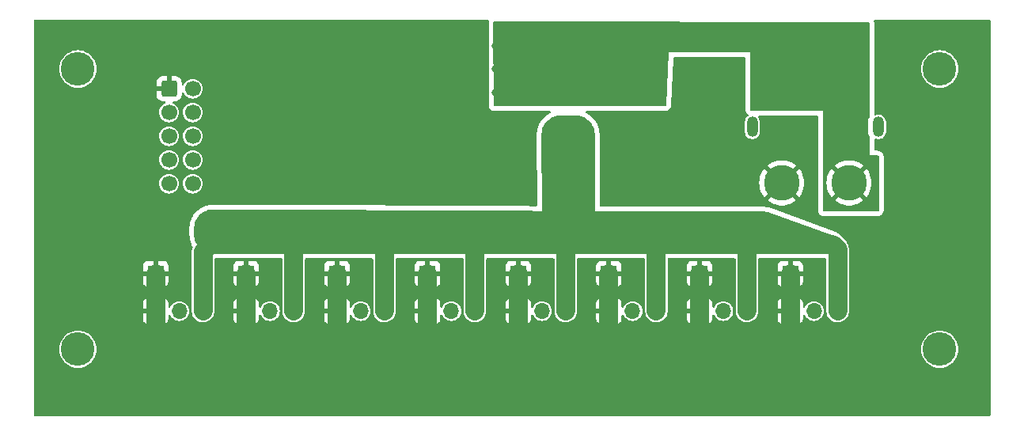
<source format=gbr>
%TF.GenerationSoftware,KiCad,Pcbnew,8.0.3*%
%TF.CreationDate,2024-11-21T16:05:02+01:00*%
%TF.ProjectId,LED Board,4c454420-426f-4617-9264-2e6b69636164,rev?*%
%TF.SameCoordinates,Original*%
%TF.FileFunction,Copper,L2,Bot*%
%TF.FilePolarity,Positive*%
%FSLAX46Y46*%
G04 Gerber Fmt 4.6, Leading zero omitted, Abs format (unit mm)*
G04 Created by KiCad (PCBNEW 8.0.3) date 2024-11-21 16:05:02*
%MOMM*%
%LPD*%
G01*
G04 APERTURE LIST*
G04 Aperture macros list*
%AMRoundRect*
0 Rectangle with rounded corners*
0 $1 Rounding radius*
0 $2 $3 $4 $5 $6 $7 $8 $9 X,Y pos of 4 corners*
0 Add a 4 corners polygon primitive as box body*
4,1,4,$2,$3,$4,$5,$6,$7,$8,$9,$2,$3,0*
0 Add four circle primitives for the rounded corners*
1,1,$1+$1,$2,$3*
1,1,$1+$1,$4,$5*
1,1,$1+$1,$6,$7*
1,1,$1+$1,$8,$9*
0 Add four rect primitives between the rounded corners*
20,1,$1+$1,$2,$3,$4,$5,0*
20,1,$1+$1,$4,$5,$6,$7,0*
20,1,$1+$1,$6,$7,$8,$9,0*
20,1,$1+$1,$8,$9,$2,$3,0*%
G04 Aperture macros list end*
%TA.AperFunction,ComponentPad*%
%ADD10R,1.700000X1.700000*%
%TD*%
%TA.AperFunction,ComponentPad*%
%ADD11O,1.700000X1.700000*%
%TD*%
%TA.AperFunction,ComponentPad*%
%ADD12C,3.600000*%
%TD*%
%TA.AperFunction,ComponentPad*%
%ADD13RoundRect,0.250000X-0.600000X-0.600000X0.600000X-0.600000X0.600000X0.600000X-0.600000X0.600000X0*%
%TD*%
%TA.AperFunction,ComponentPad*%
%ADD14C,1.700000*%
%TD*%
%TA.AperFunction,ComponentPad*%
%ADD15C,3.800000*%
%TD*%
%TA.AperFunction,ComponentPad*%
%ADD16O,1.200000X2.200000*%
%TD*%
%TA.AperFunction,ViaPad*%
%ADD17C,0.800000*%
%TD*%
%TA.AperFunction,Conductor*%
%ADD18C,2.000000*%
%TD*%
G04 APERTURE END LIST*
D10*
%TO.P,J7,1,Pin_1*%
%TO.N,GND*%
X139308000Y-70911000D03*
D11*
%TO.P,J7,2,Pin_2*%
%TO.N,/LED_B_7*%
X141848000Y-70911000D03*
%TO.P,J7,3,Pin_3*%
%TO.N,+12V*%
X144388000Y-70911000D03*
%TD*%
D10*
%TO.P,J16,1,Pin_1*%
%TO.N,GND*%
X149008000Y-66904000D03*
D11*
%TO.P,J16,3,Pin_3*%
%TO.N,+12V*%
X154088000Y-66904000D03*
%TD*%
D10*
%TO.P,J13,1,Pin_1*%
%TO.N,GND*%
X119908000Y-66904000D03*
D11*
%TO.P,J13,3,Pin_3*%
%TO.N,+12V*%
X124988000Y-66904000D03*
%TD*%
D10*
%TO.P,J6,1,Pin_1*%
%TO.N,GND*%
X129608000Y-70911000D03*
D11*
%TO.P,J6,2,Pin_2*%
%TO.N,/LED_B_6*%
X132148000Y-70911000D03*
%TO.P,J6,3,Pin_3*%
%TO.N,+12V*%
X134688000Y-70911000D03*
%TD*%
D10*
%TO.P,J14,1,Pin_1*%
%TO.N,GND*%
X129608000Y-66904000D03*
D11*
%TO.P,J14,3,Pin_3*%
%TO.N,+12V*%
X134688000Y-66904000D03*
%TD*%
D10*
%TO.P,J4,1,Pin_1*%
%TO.N,GND*%
X110208000Y-70911000D03*
D11*
%TO.P,J4,2,Pin_2*%
%TO.N,/LED_B_4*%
X112748000Y-70911000D03*
%TO.P,J4,3,Pin_3*%
%TO.N,+12V*%
X115288000Y-70911000D03*
%TD*%
D12*
%TO.P,H3,1,1*%
%TO.N,unconnected-(H3-Pad1)*%
X165000000Y-45000000D03*
%TD*%
D10*
%TO.P,J10,1,Pin_1*%
%TO.N,GND*%
X90808000Y-66904000D03*
D11*
%TO.P,J10,3,Pin_3*%
%TO.N,+12V*%
X95888000Y-66904000D03*
%TD*%
D12*
%TO.P,H1,1,1*%
%TO.N,unconnected-(H1-Pad1)*%
X72800000Y-45000000D03*
%TD*%
D10*
%TO.P,J1,1,Pin_1*%
%TO.N,GND*%
X81108000Y-70911000D03*
D11*
%TO.P,J1,2,Pin_2*%
%TO.N,/LED_B_1*%
X83648000Y-70911000D03*
%TO.P,J1,3,Pin_3*%
%TO.N,+12V*%
X86188000Y-70911000D03*
%TD*%
D10*
%TO.P,J11,1,Pin_1*%
%TO.N,GND*%
X100508000Y-66904000D03*
D11*
%TO.P,J11,3,Pin_3*%
%TO.N,+12V*%
X105588000Y-66904000D03*
%TD*%
D10*
%TO.P,J5,1,Pin_1*%
%TO.N,GND*%
X119908000Y-70911000D03*
D11*
%TO.P,J5,2,Pin_2*%
%TO.N,/LED_B_5*%
X122448000Y-70911000D03*
%TO.P,J5,3,Pin_3*%
%TO.N,+12V*%
X124988000Y-70911000D03*
%TD*%
D12*
%TO.P,H2,1,1*%
%TO.N,unconnected-(H2-Pad1)*%
X72800000Y-75000000D03*
%TD*%
D10*
%TO.P,J2,1,Pin_1*%
%TO.N,GND*%
X90808000Y-70911000D03*
D11*
%TO.P,J2,2,Pin_2*%
%TO.N,/LED_B_2*%
X93348000Y-70911000D03*
%TO.P,J2,3,Pin_3*%
%TO.N,+12V*%
X95888000Y-70911000D03*
%TD*%
D10*
%TO.P,J12,1,Pin_1*%
%TO.N,GND*%
X110208000Y-66904000D03*
D11*
%TO.P,J12,3,Pin_3*%
%TO.N,+12V*%
X115288000Y-66904000D03*
%TD*%
D10*
%TO.P,J9,1,Pin_1*%
%TO.N,GND*%
X81108000Y-66904000D03*
D11*
%TO.P,J9,3,Pin_3*%
%TO.N,+12V*%
X86188000Y-66904000D03*
%TD*%
D10*
%TO.P,J15,1,Pin_1*%
%TO.N,GND*%
X139308000Y-66904000D03*
D11*
%TO.P,J15,3,Pin_3*%
%TO.N,+12V*%
X144388000Y-66904000D03*
%TD*%
D10*
%TO.P,J3,1,Pin_1*%
%TO.N,GND*%
X100508000Y-70911000D03*
D11*
%TO.P,J3,2,Pin_2*%
%TO.N,/LED_B_3*%
X103048000Y-70911000D03*
%TO.P,J3,3,Pin_3*%
%TO.N,+12V*%
X105588000Y-70911000D03*
%TD*%
D13*
%TO.P,J18,1,Pin_1*%
%TO.N,GND*%
X82550000Y-47117000D03*
D14*
%TO.P,J18,2,Pin_2*%
%TO.N,+5V*%
X85090000Y-47117000D03*
%TO.P,J18,3,Pin_3*%
%TO.N,/LED_1*%
X82550000Y-49657000D03*
%TO.P,J18,4,Pin_4*%
%TO.N,/LED_2*%
X85090000Y-49657000D03*
%TO.P,J18,5,Pin_5*%
%TO.N,/LED_3*%
X82550000Y-52197000D03*
%TO.P,J18,6,Pin_6*%
%TO.N,/LED_4*%
X85090000Y-52197000D03*
%TO.P,J18,7,Pin_7*%
%TO.N,/LED_5*%
X82550000Y-54737000D03*
%TO.P,J18,8,Pin_8*%
%TO.N,/LED_6*%
X85090000Y-54737000D03*
%TO.P,J18,9,Pin_9*%
%TO.N,/LED_7*%
X82550000Y-57277000D03*
%TO.P,J18,10,Pin_10*%
%TO.N,/LED_8*%
X85090000Y-57277000D03*
%TD*%
D15*
%TO.P,CN1,1,-*%
%TO.N,GND*%
X148100000Y-57200000D03*
%TO.P,CN1,2,+*%
%TO.N,+BATT*%
X155300000Y-57200000D03*
D16*
%TO.P,CN1,3,3*%
%TO.N,unconnected-(CN1-Pad3)*%
X158450000Y-51200000D03*
%TO.P,CN1,4,4*%
%TO.N,unconnected-(CN1-Pad4)*%
X144950000Y-51200000D03*
%TD*%
D10*
%TO.P,J8,1,Pin_1*%
%TO.N,GND*%
X149008000Y-70911000D03*
D11*
%TO.P,J8,2,Pin_2*%
%TO.N,/LED_B_8*%
X151548000Y-70911000D03*
%TO.P,J8,3,Pin_3*%
%TO.N,+12V*%
X154088000Y-70911000D03*
%TD*%
D12*
%TO.P,H4,1,1*%
%TO.N,unconnected-(H4-Pad1)*%
X165000000Y-75000000D03*
%TD*%
D17*
%TO.N,+BATT*%
X149500000Y-43750000D03*
X149500000Y-46750000D03*
X149500000Y-41000000D03*
X149500000Y-45250000D03*
X149500000Y-42500000D03*
X150750000Y-43750000D03*
X150750000Y-46750000D03*
X150750000Y-41000000D03*
X150750000Y-45250000D03*
X150750000Y-42500000D03*
X152000000Y-43750000D03*
X152000000Y-46750000D03*
X152000000Y-41000000D03*
X152000000Y-45250000D03*
X152000000Y-42500000D03*
%TO.N,+12V*%
X123500000Y-52750000D03*
X123000000Y-56750000D03*
X123000000Y-53750000D03*
X123000000Y-55250000D03*
X123000000Y-59500000D03*
X123000000Y-58000000D03*
%TO.N,+BATT*%
X126500000Y-46750000D03*
X127750000Y-47750000D03*
X127750000Y-45250000D03*
X126500000Y-44250000D03*
X127750000Y-42750000D03*
X124000000Y-46750000D03*
X125250000Y-47750000D03*
X125250000Y-45250000D03*
X124000000Y-44250000D03*
X125250000Y-42750000D03*
X122500000Y-42500000D03*
X120000000Y-42500000D03*
X117500000Y-47500000D03*
X120000000Y-47500000D03*
X121250000Y-44000000D03*
X120000000Y-45000000D03*
X118750000Y-46250000D03*
X118750000Y-43750000D03*
X122500000Y-45000000D03*
X122500000Y-47500000D03*
X121250000Y-46500000D03*
X117500000Y-45000000D03*
X117500000Y-42500000D03*
X153500000Y-42500000D03*
X153500000Y-45250000D03*
%TO.N,+12V*%
X127250000Y-58000000D03*
%TO.N,+BATT*%
X156500000Y-41000000D03*
X156500000Y-45250000D03*
%TO.N,+12V*%
X127250000Y-59500000D03*
X124500000Y-52250000D03*
%TO.N,+BATT*%
X155000000Y-41000000D03*
%TO.N,+12V*%
X124500000Y-59500000D03*
X126000000Y-59500000D03*
%TO.N,+BATT*%
X156500000Y-46750000D03*
%TO.N,+12V*%
X125750000Y-52250000D03*
%TO.N,+BATT*%
X153500000Y-41000000D03*
X153500000Y-46750000D03*
X155000000Y-46750000D03*
%TO.N,+12V*%
X126000000Y-58500000D03*
X124500000Y-58500000D03*
X127250000Y-55250000D03*
%TO.N,+BATT*%
X155000000Y-43750000D03*
%TO.N,+12V*%
X127250000Y-53750000D03*
%TO.N,+BATT*%
X155000000Y-45250000D03*
X155000000Y-42500000D03*
X156500000Y-42500000D03*
%TO.N,+12V*%
X126750000Y-52500000D03*
X127250000Y-56750000D03*
%TO.N,+BATT*%
X156500000Y-43750000D03*
X153500000Y-43750000D03*
%TO.N,GND*%
X137500000Y-55500000D03*
X140500000Y-56500000D03*
X137500000Y-53500000D03*
X140500000Y-52500000D03*
X139000000Y-52500000D03*
X140500000Y-55500000D03*
X137500000Y-56500000D03*
X140500000Y-54500000D03*
X139000000Y-54500000D03*
X137500000Y-54500000D03*
X139000000Y-57500000D03*
X137500000Y-52500000D03*
X139000000Y-55500000D03*
X139000000Y-53500000D03*
X140500000Y-53500000D03*
X140500000Y-57500000D03*
X139000000Y-56500000D03*
X137500000Y-57500000D03*
X157750000Y-80250000D03*
X159250000Y-76250000D03*
X160750000Y-80250000D03*
X160750000Y-76250000D03*
X160750000Y-77250000D03*
X157750000Y-79250000D03*
X159250000Y-79250000D03*
X159250000Y-75250000D03*
X159250000Y-77250000D03*
X157750000Y-78250000D03*
X160750000Y-75250000D03*
X157750000Y-76250000D03*
X159250000Y-80250000D03*
X157750000Y-77250000D03*
X160750000Y-78250000D03*
X157750000Y-75250000D03*
X159250000Y-78250000D03*
X160750000Y-79250000D03*
%TD*%
D18*
%TO.N,GND*%
X137500000Y-52500000D02*
X140500000Y-52500000D01*
X137500000Y-57500000D02*
X140500000Y-57500000D01*
X159250000Y-75250000D02*
X159250000Y-80250000D01*
X157750000Y-75250000D02*
X160750000Y-75250000D01*
X157750000Y-80250000D02*
X160750000Y-80250000D01*
X146900000Y-77600000D02*
X155400000Y-77600000D01*
X155400000Y-77600000D02*
X157750000Y-75250000D01*
%TO.N,+12V*%
X87000000Y-63750000D02*
X96000000Y-63750000D01*
X96000000Y-63750000D02*
X106000000Y-63750000D01*
X95888000Y-66904000D02*
X95888000Y-63862000D01*
X95888000Y-63862000D02*
X96000000Y-63750000D01*
X106000000Y-63750000D02*
X115250000Y-63750000D01*
X105588000Y-66904000D02*
X105588000Y-64162000D01*
X105588000Y-64162000D02*
X106000000Y-63750000D01*
X115250000Y-63750000D02*
X125000000Y-63750000D01*
X115288000Y-66904000D02*
X115288000Y-63788000D01*
X115288000Y-63788000D02*
X115250000Y-63750000D01*
X125000000Y-63750000D02*
X134500000Y-63750000D01*
X124988000Y-63762000D02*
X125000000Y-63750000D01*
X124988000Y-66904000D02*
X124988000Y-63762000D01*
X134500000Y-63750000D02*
X145000000Y-63750000D01*
X134688000Y-66904000D02*
X134688000Y-63938000D01*
X134688000Y-63938000D02*
X134500000Y-63750000D01*
X86188000Y-66904000D02*
X86188000Y-64562000D01*
X86188000Y-64562000D02*
X87000000Y-63750000D01*
X86188000Y-70911000D02*
X86188000Y-66904000D01*
X95888000Y-70911000D02*
X95888000Y-66904000D01*
X105588000Y-70911000D02*
X105588000Y-66904000D01*
X115288000Y-70911000D02*
X115288000Y-66904000D01*
X124988000Y-70911000D02*
X124988000Y-66904000D01*
X134688000Y-70911000D02*
X134688000Y-66904000D01*
X144388000Y-70911000D02*
X144388000Y-66904000D01*
X154088000Y-66904000D02*
X154088000Y-64338000D01*
X154088000Y-64338000D02*
X153500000Y-63750000D01*
X153500000Y-63750000D02*
X145000000Y-63750000D01*
X145000000Y-63750000D02*
X144388000Y-64362000D01*
X144388000Y-64362000D02*
X144388000Y-66904000D01*
X154088000Y-70911000D02*
X154088000Y-66904000D01*
%TO.N,GND*%
X90500000Y-76800000D02*
X90500000Y-75700000D01*
X139308000Y-66904000D02*
X139308000Y-70911000D01*
X118800000Y-77500000D02*
X109400000Y-77500000D01*
X100508000Y-70911000D02*
X100508000Y-76592000D01*
X89800000Y-77500000D02*
X90500000Y-76800000D01*
X110208000Y-70911000D02*
X110208000Y-76692000D01*
X146900000Y-77600000D02*
X137200000Y-77600000D01*
X110208000Y-76692000D02*
X109400000Y-77500000D01*
X128400000Y-77500000D02*
X118800000Y-77500000D01*
X100508000Y-76592000D02*
X99600000Y-77500000D01*
X149008000Y-66904000D02*
X149008000Y-70911000D01*
X100508000Y-66904000D02*
X100508000Y-70911000D01*
X110208000Y-66904000D02*
X110208000Y-70911000D01*
X139308000Y-75492000D02*
X137100000Y-77700000D01*
X81108000Y-66904000D02*
X81108000Y-70911000D01*
X129608000Y-76292000D02*
X128400000Y-77500000D01*
X129608000Y-70911000D02*
X129608000Y-76292000D01*
X135600000Y-77500000D02*
X128400000Y-77500000D01*
X90500000Y-75700000D02*
X90808000Y-75392000D01*
X129608000Y-66904000D02*
X129608000Y-70911000D01*
X137100000Y-77700000D02*
X135800000Y-77700000D01*
X81108000Y-70911000D02*
X81108000Y-76508000D01*
X81108000Y-76508000D02*
X82100000Y-77500000D01*
X137200000Y-77600000D02*
X137100000Y-77700000D01*
X90808000Y-75392000D02*
X90808000Y-70911000D01*
X139308000Y-70911000D02*
X139308000Y-75492000D01*
X90808000Y-66904000D02*
X90808000Y-70911000D01*
X99600000Y-77500000D02*
X89800000Y-77500000D01*
X109400000Y-77500000D02*
X99600000Y-77500000D01*
X149008000Y-70911000D02*
X149008000Y-75492000D01*
X119908000Y-66904000D02*
X119908000Y-70911000D01*
X135800000Y-77700000D02*
X135600000Y-77500000D01*
X119908000Y-70911000D02*
X119908000Y-76392000D01*
X119908000Y-76392000D02*
X118800000Y-77500000D01*
X82100000Y-77500000D02*
X89800000Y-77500000D01*
X149008000Y-75492000D02*
X146900000Y-77600000D01*
%TD*%
%TA.AperFunction,Conductor*%
%TO.N,GND*%
G36*
X116707863Y-39770685D02*
G01*
X116753618Y-39823489D01*
X116763590Y-39892442D01*
X116760536Y-39913941D01*
X116744706Y-40025344D01*
X116759299Y-48877044D01*
X116770940Y-48984069D01*
X116782145Y-49035371D01*
X116782149Y-49035385D01*
X116816184Y-49137502D01*
X116816187Y-49137507D01*
X116893969Y-49258537D01*
X116893977Y-49258548D01*
X116939721Y-49311340D01*
X116939724Y-49311343D01*
X116939728Y-49311347D01*
X117048462Y-49405567D01*
X117048465Y-49405568D01*
X117048466Y-49405569D01*
X117166402Y-49459430D01*
X117179339Y-49465338D01*
X117246378Y-49485023D01*
X117246382Y-49485024D01*
X117388798Y-49505500D01*
X123270960Y-49505500D01*
X123337999Y-49525185D01*
X123383754Y-49577989D01*
X123393698Y-49647147D01*
X123364673Y-49710703D01*
X123326556Y-49740338D01*
X123322921Y-49742160D01*
X123087689Y-49870876D01*
X123056630Y-49889345D01*
X123041732Y-49898940D01*
X123012069Y-49919583D01*
X122797638Y-50080482D01*
X122769453Y-50103251D01*
X122756124Y-50114833D01*
X122729713Y-50139489D01*
X122540399Y-50329327D01*
X122515825Y-50355796D01*
X122504243Y-50369202D01*
X122481612Y-50397375D01*
X122321265Y-50612306D01*
X122300702Y-50642030D01*
X122291170Y-50656920D01*
X122272761Y-50688073D01*
X122144719Y-50923623D01*
X122128615Y-50955951D01*
X122121290Y-50972074D01*
X122107522Y-51005511D01*
X122014367Y-51256908D01*
X122003020Y-51291254D01*
X121998071Y-51308253D01*
X121989220Y-51343272D01*
X121932852Y-51605406D01*
X121926524Y-51640976D01*
X121924045Y-51658533D01*
X121920273Y-51694478D01*
X121902354Y-51954703D01*
X121902354Y-51954704D01*
X121901549Y-51966382D01*
X121900632Y-51984379D01*
X121900340Y-51993206D01*
X121900065Y-52011346D01*
X121920968Y-59564008D01*
X121901469Y-59631101D01*
X121848791Y-59677002D01*
X121796379Y-59688350D01*
X120508904Y-59682239D01*
X120415564Y-59681796D01*
X120415551Y-59681796D01*
X120415549Y-59681795D01*
X91172159Y-59542964D01*
X87247641Y-59524333D01*
X87247633Y-59524333D01*
X87247613Y-59524333D01*
X87236076Y-59524485D01*
X87229468Y-59524573D01*
X87224190Y-59524737D01*
X87220552Y-59524851D01*
X87205542Y-59525590D01*
X87202400Y-59525745D01*
X87202393Y-59525745D01*
X87202382Y-59525746D01*
X86928959Y-59544142D01*
X86892822Y-59547883D01*
X86875196Y-59550349D01*
X86848802Y-59555017D01*
X86839349Y-59556690D01*
X86637191Y-59599999D01*
X86575702Y-59613172D01*
X86540521Y-59622040D01*
X86523375Y-59627026D01*
X86488861Y-59638422D01*
X86236044Y-59732113D01*
X86202381Y-59745985D01*
X86186201Y-59753345D01*
X86153679Y-59769573D01*
X85916945Y-59898517D01*
X85885624Y-59917068D01*
X85870627Y-59926697D01*
X85840804Y-59947394D01*
X85624955Y-60108980D01*
X85596654Y-60131800D01*
X85583209Y-60143463D01*
X85556611Y-60168267D01*
X85366189Y-60359099D01*
X85341483Y-60385704D01*
X85329831Y-60399194D01*
X85307051Y-60427567D01*
X85145928Y-60643762D01*
X85125279Y-60673655D01*
X85115695Y-60688653D01*
X85097237Y-60719971D01*
X84968778Y-60957021D01*
X84952611Y-60989598D01*
X84945275Y-61005819D01*
X84931509Y-61039432D01*
X84838346Y-61292491D01*
X84827036Y-61326990D01*
X84822093Y-61344124D01*
X84813277Y-61379400D01*
X84757370Y-61643132D01*
X84751113Y-61678959D01*
X84748681Y-61696603D01*
X84745018Y-61732752D01*
X84727203Y-62006280D01*
X84726348Y-62024432D01*
X84726089Y-62033360D01*
X84725887Y-62051478D01*
X84730791Y-62762895D01*
X84731234Y-62780848D01*
X84731608Y-62789653D01*
X84732687Y-62807548D01*
X84743858Y-62950496D01*
X84743858Y-62950497D01*
X84753788Y-63077598D01*
X84757856Y-63113281D01*
X84760469Y-63130678D01*
X84760472Y-63130697D01*
X84765478Y-63157512D01*
X84767073Y-63166050D01*
X84825257Y-63426051D01*
X84825260Y-63426064D01*
X84834346Y-63460822D01*
X84839397Y-63477672D01*
X84850930Y-63511698D01*
X84850935Y-63511711D01*
X84850937Y-63511717D01*
X84910064Y-63667701D01*
X84910066Y-63667707D01*
X84945375Y-63760854D01*
X84959292Y-63793968D01*
X84966690Y-63809957D01*
X84982925Y-63842001D01*
X85068280Y-63996587D01*
X85083452Y-64064789D01*
X85076096Y-64096255D01*
X85076958Y-64096535D01*
X85017060Y-64280877D01*
X85017060Y-64280880D01*
X84987500Y-64467513D01*
X84987500Y-71005486D01*
X85017059Y-71192118D01*
X85075454Y-71371836D01*
X85139458Y-71497450D01*
X85161240Y-71540199D01*
X85272310Y-71693073D01*
X85405927Y-71826690D01*
X85558801Y-71937760D01*
X85615368Y-71966582D01*
X85727163Y-72023545D01*
X85727165Y-72023545D01*
X85727168Y-72023547D01*
X85823497Y-72054846D01*
X85906881Y-72081940D01*
X86093514Y-72111500D01*
X86093519Y-72111500D01*
X86282486Y-72111500D01*
X86469118Y-72081940D01*
X86648832Y-72023547D01*
X86817199Y-71937760D01*
X86970073Y-71826690D01*
X87103690Y-71693073D01*
X87214760Y-71540199D01*
X87300547Y-71371832D01*
X87358940Y-71192118D01*
X87370848Y-71116932D01*
X87388500Y-71005486D01*
X87388500Y-70013155D01*
X89458000Y-70013155D01*
X89458000Y-70661000D01*
X90374988Y-70661000D01*
X90342075Y-70718007D01*
X90308000Y-70845174D01*
X90308000Y-70976826D01*
X90342075Y-71103993D01*
X90374988Y-71161000D01*
X89458000Y-71161000D01*
X89458000Y-71808844D01*
X89464401Y-71868372D01*
X89464403Y-71868379D01*
X89514645Y-72003086D01*
X89514649Y-72003093D01*
X89600809Y-72118187D01*
X89600812Y-72118190D01*
X89715906Y-72204350D01*
X89715913Y-72204354D01*
X89850620Y-72254596D01*
X89850627Y-72254598D01*
X89910155Y-72260999D01*
X89910172Y-72261000D01*
X90558000Y-72261000D01*
X90558000Y-71344012D01*
X90615007Y-71376925D01*
X90742174Y-71411000D01*
X90873826Y-71411000D01*
X91000993Y-71376925D01*
X91058000Y-71344012D01*
X91058000Y-72261000D01*
X91705828Y-72261000D01*
X91705844Y-72260999D01*
X91765372Y-72254598D01*
X91765379Y-72254596D01*
X91900086Y-72204354D01*
X91900093Y-72204350D01*
X92015187Y-72118190D01*
X92015190Y-72118187D01*
X92101350Y-72003093D01*
X92101354Y-72003086D01*
X92151596Y-71868379D01*
X92151598Y-71868372D01*
X92157999Y-71808844D01*
X92158000Y-71808827D01*
X92158000Y-71408186D01*
X92177685Y-71341147D01*
X92230489Y-71295392D01*
X92299647Y-71285448D01*
X92363203Y-71314473D01*
X92391356Y-71349729D01*
X92470315Y-71497450D01*
X92470317Y-71497452D01*
X92601589Y-71657410D01*
X92645048Y-71693075D01*
X92761550Y-71788685D01*
X92944046Y-71886232D01*
X93142066Y-71946300D01*
X93142065Y-71946300D01*
X93160529Y-71948118D01*
X93348000Y-71966583D01*
X93553934Y-71946300D01*
X93751954Y-71886232D01*
X93934450Y-71788685D01*
X94094410Y-71657410D01*
X94225685Y-71497450D01*
X94323232Y-71314954D01*
X94383300Y-71116934D01*
X94403583Y-70911000D01*
X94383300Y-70705066D01*
X94323232Y-70507046D01*
X94225685Y-70324550D01*
X94173702Y-70261209D01*
X94094410Y-70164589D01*
X93934452Y-70033317D01*
X93934453Y-70033317D01*
X93934450Y-70033315D01*
X93751954Y-69935768D01*
X93553934Y-69875700D01*
X93553932Y-69875699D01*
X93553934Y-69875699D01*
X93348000Y-69855417D01*
X93142067Y-69875699D01*
X92944043Y-69935769D01*
X92910634Y-69953627D01*
X92761550Y-70033315D01*
X92761548Y-70033316D01*
X92761547Y-70033317D01*
X92601589Y-70164589D01*
X92470317Y-70324547D01*
X92470315Y-70324550D01*
X92398887Y-70458181D01*
X92391358Y-70472267D01*
X92342395Y-70522111D01*
X92274257Y-70537571D01*
X92208578Y-70513739D01*
X92166209Y-70458181D01*
X92158000Y-70413813D01*
X92158000Y-70013172D01*
X92157999Y-70013155D01*
X92151598Y-69953627D01*
X92151596Y-69953620D01*
X92101354Y-69818913D01*
X92101350Y-69818906D01*
X92015190Y-69703812D01*
X92015187Y-69703809D01*
X91900093Y-69617649D01*
X91900086Y-69617645D01*
X91765379Y-69567403D01*
X91765372Y-69567401D01*
X91705844Y-69561000D01*
X91058000Y-69561000D01*
X91058000Y-70477988D01*
X91000993Y-70445075D01*
X90873826Y-70411000D01*
X90742174Y-70411000D01*
X90615007Y-70445075D01*
X90558000Y-70477988D01*
X90558000Y-69561000D01*
X89910155Y-69561000D01*
X89850627Y-69567401D01*
X89850620Y-69567403D01*
X89715913Y-69617645D01*
X89715906Y-69617649D01*
X89600812Y-69703809D01*
X89600809Y-69703812D01*
X89514649Y-69818906D01*
X89514645Y-69818913D01*
X89464403Y-69953620D01*
X89464401Y-69953627D01*
X89458000Y-70013155D01*
X87388500Y-70013155D01*
X87388500Y-66006155D01*
X89458000Y-66006155D01*
X89458000Y-66654000D01*
X90374988Y-66654000D01*
X90342075Y-66711007D01*
X90308000Y-66838174D01*
X90308000Y-66969826D01*
X90342075Y-67096993D01*
X90374988Y-67154000D01*
X89458000Y-67154000D01*
X89458000Y-67801844D01*
X89464401Y-67861372D01*
X89464403Y-67861379D01*
X89514645Y-67996086D01*
X89514649Y-67996093D01*
X89600809Y-68111187D01*
X89600812Y-68111190D01*
X89715906Y-68197350D01*
X89715913Y-68197354D01*
X89850620Y-68247596D01*
X89850627Y-68247598D01*
X89910155Y-68253999D01*
X89910172Y-68254000D01*
X90558000Y-68254000D01*
X90558000Y-67337012D01*
X90615007Y-67369925D01*
X90742174Y-67404000D01*
X90873826Y-67404000D01*
X91000993Y-67369925D01*
X91058000Y-67337012D01*
X91058000Y-68254000D01*
X91705828Y-68254000D01*
X91705844Y-68253999D01*
X91765372Y-68247598D01*
X91765379Y-68247596D01*
X91900086Y-68197354D01*
X91900093Y-68197350D01*
X92015187Y-68111190D01*
X92015190Y-68111187D01*
X92101350Y-67996093D01*
X92101354Y-67996086D01*
X92151596Y-67861379D01*
X92151598Y-67861372D01*
X92157999Y-67801844D01*
X92158000Y-67801827D01*
X92158000Y-67154000D01*
X91241012Y-67154000D01*
X91273925Y-67096993D01*
X91308000Y-66969826D01*
X91308000Y-66838174D01*
X91273925Y-66711007D01*
X91241012Y-66654000D01*
X92158000Y-66654000D01*
X92158000Y-66006172D01*
X92157999Y-66006155D01*
X92151598Y-65946627D01*
X92151596Y-65946620D01*
X92101354Y-65811913D01*
X92101350Y-65811906D01*
X92015190Y-65696812D01*
X92015187Y-65696809D01*
X91900093Y-65610649D01*
X91900086Y-65610645D01*
X91765379Y-65560403D01*
X91765372Y-65560401D01*
X91705844Y-65554000D01*
X91058000Y-65554000D01*
X91058000Y-66470988D01*
X91000993Y-66438075D01*
X90873826Y-66404000D01*
X90742174Y-66404000D01*
X90615007Y-66438075D01*
X90558000Y-66470988D01*
X90558000Y-65554000D01*
X89910155Y-65554000D01*
X89850627Y-65560401D01*
X89850620Y-65560403D01*
X89715913Y-65610645D01*
X89715906Y-65610649D01*
X89600812Y-65696809D01*
X89600809Y-65696812D01*
X89514649Y-65811906D01*
X89514645Y-65811913D01*
X89464403Y-65946620D01*
X89464401Y-65946627D01*
X89458000Y-66006155D01*
X87388500Y-66006155D01*
X87388500Y-65379500D01*
X87408185Y-65312461D01*
X87460989Y-65266706D01*
X87512500Y-65255500D01*
X94563500Y-65255500D01*
X94630539Y-65275185D01*
X94676294Y-65327989D01*
X94687500Y-65379500D01*
X94687500Y-71005486D01*
X94717059Y-71192118D01*
X94775454Y-71371836D01*
X94839458Y-71497450D01*
X94861240Y-71540199D01*
X94972310Y-71693073D01*
X95105927Y-71826690D01*
X95258801Y-71937760D01*
X95315368Y-71966582D01*
X95427163Y-72023545D01*
X95427165Y-72023545D01*
X95427168Y-72023547D01*
X95523497Y-72054846D01*
X95606881Y-72081940D01*
X95793514Y-72111500D01*
X95793519Y-72111500D01*
X95982486Y-72111500D01*
X96169118Y-72081940D01*
X96348832Y-72023547D01*
X96517199Y-71937760D01*
X96670073Y-71826690D01*
X96803690Y-71693073D01*
X96914760Y-71540199D01*
X97000547Y-71371832D01*
X97058940Y-71192118D01*
X97070848Y-71116932D01*
X97088500Y-71005486D01*
X97088500Y-70013155D01*
X99158000Y-70013155D01*
X99158000Y-70661000D01*
X100074988Y-70661000D01*
X100042075Y-70718007D01*
X100008000Y-70845174D01*
X100008000Y-70976826D01*
X100042075Y-71103993D01*
X100074988Y-71161000D01*
X99158000Y-71161000D01*
X99158000Y-71808844D01*
X99164401Y-71868372D01*
X99164403Y-71868379D01*
X99214645Y-72003086D01*
X99214649Y-72003093D01*
X99300809Y-72118187D01*
X99300812Y-72118190D01*
X99415906Y-72204350D01*
X99415913Y-72204354D01*
X99550620Y-72254596D01*
X99550627Y-72254598D01*
X99610155Y-72260999D01*
X99610172Y-72261000D01*
X100258000Y-72261000D01*
X100258000Y-71344012D01*
X100315007Y-71376925D01*
X100442174Y-71411000D01*
X100573826Y-71411000D01*
X100700993Y-71376925D01*
X100758000Y-71344012D01*
X100758000Y-72261000D01*
X101405828Y-72261000D01*
X101405844Y-72260999D01*
X101465372Y-72254598D01*
X101465379Y-72254596D01*
X101600086Y-72204354D01*
X101600093Y-72204350D01*
X101715187Y-72118190D01*
X101715190Y-72118187D01*
X101801350Y-72003093D01*
X101801354Y-72003086D01*
X101851596Y-71868379D01*
X101851598Y-71868372D01*
X101857999Y-71808844D01*
X101858000Y-71808827D01*
X101858000Y-71408186D01*
X101877685Y-71341147D01*
X101930489Y-71295392D01*
X101999647Y-71285448D01*
X102063203Y-71314473D01*
X102091356Y-71349729D01*
X102170315Y-71497450D01*
X102170317Y-71497452D01*
X102301589Y-71657410D01*
X102345048Y-71693075D01*
X102461550Y-71788685D01*
X102644046Y-71886232D01*
X102842066Y-71946300D01*
X102842065Y-71946300D01*
X102860529Y-71948118D01*
X103048000Y-71966583D01*
X103253934Y-71946300D01*
X103451954Y-71886232D01*
X103634450Y-71788685D01*
X103794410Y-71657410D01*
X103925685Y-71497450D01*
X104023232Y-71314954D01*
X104083300Y-71116934D01*
X104103583Y-70911000D01*
X104083300Y-70705066D01*
X104023232Y-70507046D01*
X103925685Y-70324550D01*
X103873702Y-70261209D01*
X103794410Y-70164589D01*
X103634452Y-70033317D01*
X103634453Y-70033317D01*
X103634450Y-70033315D01*
X103451954Y-69935768D01*
X103253934Y-69875700D01*
X103253932Y-69875699D01*
X103253934Y-69875699D01*
X103048000Y-69855417D01*
X102842067Y-69875699D01*
X102644043Y-69935769D01*
X102610634Y-69953627D01*
X102461550Y-70033315D01*
X102461548Y-70033316D01*
X102461547Y-70033317D01*
X102301589Y-70164589D01*
X102170317Y-70324547D01*
X102170315Y-70324550D01*
X102098887Y-70458181D01*
X102091358Y-70472267D01*
X102042395Y-70522111D01*
X101974257Y-70537571D01*
X101908578Y-70513739D01*
X101866209Y-70458181D01*
X101858000Y-70413813D01*
X101858000Y-70013172D01*
X101857999Y-70013155D01*
X101851598Y-69953627D01*
X101851596Y-69953620D01*
X101801354Y-69818913D01*
X101801350Y-69818906D01*
X101715190Y-69703812D01*
X101715187Y-69703809D01*
X101600093Y-69617649D01*
X101600086Y-69617645D01*
X101465379Y-69567403D01*
X101465372Y-69567401D01*
X101405844Y-69561000D01*
X100758000Y-69561000D01*
X100758000Y-70477988D01*
X100700993Y-70445075D01*
X100573826Y-70411000D01*
X100442174Y-70411000D01*
X100315007Y-70445075D01*
X100258000Y-70477988D01*
X100258000Y-69561000D01*
X99610155Y-69561000D01*
X99550627Y-69567401D01*
X99550620Y-69567403D01*
X99415913Y-69617645D01*
X99415906Y-69617649D01*
X99300812Y-69703809D01*
X99300809Y-69703812D01*
X99214649Y-69818906D01*
X99214645Y-69818913D01*
X99164403Y-69953620D01*
X99164401Y-69953627D01*
X99158000Y-70013155D01*
X97088500Y-70013155D01*
X97088500Y-66006155D01*
X99158000Y-66006155D01*
X99158000Y-66654000D01*
X100074988Y-66654000D01*
X100042075Y-66711007D01*
X100008000Y-66838174D01*
X100008000Y-66969826D01*
X100042075Y-67096993D01*
X100074988Y-67154000D01*
X99158000Y-67154000D01*
X99158000Y-67801844D01*
X99164401Y-67861372D01*
X99164403Y-67861379D01*
X99214645Y-67996086D01*
X99214649Y-67996093D01*
X99300809Y-68111187D01*
X99300812Y-68111190D01*
X99415906Y-68197350D01*
X99415913Y-68197354D01*
X99550620Y-68247596D01*
X99550627Y-68247598D01*
X99610155Y-68253999D01*
X99610172Y-68254000D01*
X100258000Y-68254000D01*
X100258000Y-67337012D01*
X100315007Y-67369925D01*
X100442174Y-67404000D01*
X100573826Y-67404000D01*
X100700993Y-67369925D01*
X100758000Y-67337012D01*
X100758000Y-68254000D01*
X101405828Y-68254000D01*
X101405844Y-68253999D01*
X101465372Y-68247598D01*
X101465379Y-68247596D01*
X101600086Y-68197354D01*
X101600093Y-68197350D01*
X101715187Y-68111190D01*
X101715190Y-68111187D01*
X101801350Y-67996093D01*
X101801354Y-67996086D01*
X101851596Y-67861379D01*
X101851598Y-67861372D01*
X101857999Y-67801844D01*
X101858000Y-67801827D01*
X101858000Y-67154000D01*
X100941012Y-67154000D01*
X100973925Y-67096993D01*
X101008000Y-66969826D01*
X101008000Y-66838174D01*
X100973925Y-66711007D01*
X100941012Y-66654000D01*
X101858000Y-66654000D01*
X101858000Y-66006172D01*
X101857999Y-66006155D01*
X101851598Y-65946627D01*
X101851596Y-65946620D01*
X101801354Y-65811913D01*
X101801350Y-65811906D01*
X101715190Y-65696812D01*
X101715187Y-65696809D01*
X101600093Y-65610649D01*
X101600086Y-65610645D01*
X101465379Y-65560403D01*
X101465372Y-65560401D01*
X101405844Y-65554000D01*
X100758000Y-65554000D01*
X100758000Y-66470988D01*
X100700993Y-66438075D01*
X100573826Y-66404000D01*
X100442174Y-66404000D01*
X100315007Y-66438075D01*
X100258000Y-66470988D01*
X100258000Y-65554000D01*
X99610155Y-65554000D01*
X99550627Y-65560401D01*
X99550620Y-65560403D01*
X99415913Y-65610645D01*
X99415906Y-65610649D01*
X99300812Y-65696809D01*
X99300809Y-65696812D01*
X99214649Y-65811906D01*
X99214645Y-65811913D01*
X99164403Y-65946620D01*
X99164401Y-65946627D01*
X99158000Y-66006155D01*
X97088500Y-66006155D01*
X97088500Y-65379500D01*
X97108185Y-65312461D01*
X97160989Y-65266706D01*
X97212500Y-65255500D01*
X104263500Y-65255500D01*
X104330539Y-65275185D01*
X104376294Y-65327989D01*
X104387500Y-65379500D01*
X104387500Y-71005486D01*
X104417059Y-71192118D01*
X104475454Y-71371836D01*
X104539458Y-71497450D01*
X104561240Y-71540199D01*
X104672310Y-71693073D01*
X104805927Y-71826690D01*
X104958801Y-71937760D01*
X105015368Y-71966582D01*
X105127163Y-72023545D01*
X105127165Y-72023545D01*
X105127168Y-72023547D01*
X105223497Y-72054846D01*
X105306881Y-72081940D01*
X105493514Y-72111500D01*
X105493519Y-72111500D01*
X105682486Y-72111500D01*
X105869118Y-72081940D01*
X106048832Y-72023547D01*
X106217199Y-71937760D01*
X106370073Y-71826690D01*
X106503690Y-71693073D01*
X106614760Y-71540199D01*
X106700547Y-71371832D01*
X106758940Y-71192118D01*
X106770848Y-71116932D01*
X106788500Y-71005486D01*
X106788500Y-70013155D01*
X108858000Y-70013155D01*
X108858000Y-70661000D01*
X109774988Y-70661000D01*
X109742075Y-70718007D01*
X109708000Y-70845174D01*
X109708000Y-70976826D01*
X109742075Y-71103993D01*
X109774988Y-71161000D01*
X108858000Y-71161000D01*
X108858000Y-71808844D01*
X108864401Y-71868372D01*
X108864403Y-71868379D01*
X108914645Y-72003086D01*
X108914649Y-72003093D01*
X109000809Y-72118187D01*
X109000812Y-72118190D01*
X109115906Y-72204350D01*
X109115913Y-72204354D01*
X109250620Y-72254596D01*
X109250627Y-72254598D01*
X109310155Y-72260999D01*
X109310172Y-72261000D01*
X109958000Y-72261000D01*
X109958000Y-71344012D01*
X110015007Y-71376925D01*
X110142174Y-71411000D01*
X110273826Y-71411000D01*
X110400993Y-71376925D01*
X110458000Y-71344012D01*
X110458000Y-72261000D01*
X111105828Y-72261000D01*
X111105844Y-72260999D01*
X111165372Y-72254598D01*
X111165379Y-72254596D01*
X111300086Y-72204354D01*
X111300093Y-72204350D01*
X111415187Y-72118190D01*
X111415190Y-72118187D01*
X111501350Y-72003093D01*
X111501354Y-72003086D01*
X111551596Y-71868379D01*
X111551598Y-71868372D01*
X111557999Y-71808844D01*
X111558000Y-71808827D01*
X111558000Y-71408186D01*
X111577685Y-71341147D01*
X111630489Y-71295392D01*
X111699647Y-71285448D01*
X111763203Y-71314473D01*
X111791356Y-71349729D01*
X111870315Y-71497450D01*
X111870317Y-71497452D01*
X112001589Y-71657410D01*
X112045048Y-71693075D01*
X112161550Y-71788685D01*
X112344046Y-71886232D01*
X112542066Y-71946300D01*
X112542065Y-71946300D01*
X112560529Y-71948118D01*
X112748000Y-71966583D01*
X112953934Y-71946300D01*
X113151954Y-71886232D01*
X113334450Y-71788685D01*
X113494410Y-71657410D01*
X113625685Y-71497450D01*
X113723232Y-71314954D01*
X113783300Y-71116934D01*
X113803583Y-70911000D01*
X113783300Y-70705066D01*
X113723232Y-70507046D01*
X113625685Y-70324550D01*
X113573702Y-70261209D01*
X113494410Y-70164589D01*
X113334452Y-70033317D01*
X113334453Y-70033317D01*
X113334450Y-70033315D01*
X113151954Y-69935768D01*
X112953934Y-69875700D01*
X112953932Y-69875699D01*
X112953934Y-69875699D01*
X112748000Y-69855417D01*
X112542067Y-69875699D01*
X112344043Y-69935769D01*
X112310634Y-69953627D01*
X112161550Y-70033315D01*
X112161548Y-70033316D01*
X112161547Y-70033317D01*
X112001589Y-70164589D01*
X111870317Y-70324547D01*
X111870315Y-70324550D01*
X111798887Y-70458181D01*
X111791358Y-70472267D01*
X111742395Y-70522111D01*
X111674257Y-70537571D01*
X111608578Y-70513739D01*
X111566209Y-70458181D01*
X111558000Y-70413813D01*
X111558000Y-70013172D01*
X111557999Y-70013155D01*
X111551598Y-69953627D01*
X111551596Y-69953620D01*
X111501354Y-69818913D01*
X111501350Y-69818906D01*
X111415190Y-69703812D01*
X111415187Y-69703809D01*
X111300093Y-69617649D01*
X111300086Y-69617645D01*
X111165379Y-69567403D01*
X111165372Y-69567401D01*
X111105844Y-69561000D01*
X110458000Y-69561000D01*
X110458000Y-70477988D01*
X110400993Y-70445075D01*
X110273826Y-70411000D01*
X110142174Y-70411000D01*
X110015007Y-70445075D01*
X109958000Y-70477988D01*
X109958000Y-69561000D01*
X109310155Y-69561000D01*
X109250627Y-69567401D01*
X109250620Y-69567403D01*
X109115913Y-69617645D01*
X109115906Y-69617649D01*
X109000812Y-69703809D01*
X109000809Y-69703812D01*
X108914649Y-69818906D01*
X108914645Y-69818913D01*
X108864403Y-69953620D01*
X108864401Y-69953627D01*
X108858000Y-70013155D01*
X106788500Y-70013155D01*
X106788500Y-66006155D01*
X108858000Y-66006155D01*
X108858000Y-66654000D01*
X109774988Y-66654000D01*
X109742075Y-66711007D01*
X109708000Y-66838174D01*
X109708000Y-66969826D01*
X109742075Y-67096993D01*
X109774988Y-67154000D01*
X108858000Y-67154000D01*
X108858000Y-67801844D01*
X108864401Y-67861372D01*
X108864403Y-67861379D01*
X108914645Y-67996086D01*
X108914649Y-67996093D01*
X109000809Y-68111187D01*
X109000812Y-68111190D01*
X109115906Y-68197350D01*
X109115913Y-68197354D01*
X109250620Y-68247596D01*
X109250627Y-68247598D01*
X109310155Y-68253999D01*
X109310172Y-68254000D01*
X109958000Y-68254000D01*
X109958000Y-67337012D01*
X110015007Y-67369925D01*
X110142174Y-67404000D01*
X110273826Y-67404000D01*
X110400993Y-67369925D01*
X110458000Y-67337012D01*
X110458000Y-68254000D01*
X111105828Y-68254000D01*
X111105844Y-68253999D01*
X111165372Y-68247598D01*
X111165379Y-68247596D01*
X111300086Y-68197354D01*
X111300093Y-68197350D01*
X111415187Y-68111190D01*
X111415190Y-68111187D01*
X111501350Y-67996093D01*
X111501354Y-67996086D01*
X111551596Y-67861379D01*
X111551598Y-67861372D01*
X111557999Y-67801844D01*
X111558000Y-67801827D01*
X111558000Y-67154000D01*
X110641012Y-67154000D01*
X110673925Y-67096993D01*
X110708000Y-66969826D01*
X110708000Y-66838174D01*
X110673925Y-66711007D01*
X110641012Y-66654000D01*
X111558000Y-66654000D01*
X111558000Y-66006172D01*
X111557999Y-66006155D01*
X111551598Y-65946627D01*
X111551596Y-65946620D01*
X111501354Y-65811913D01*
X111501350Y-65811906D01*
X111415190Y-65696812D01*
X111415187Y-65696809D01*
X111300093Y-65610649D01*
X111300086Y-65610645D01*
X111165379Y-65560403D01*
X111165372Y-65560401D01*
X111105844Y-65554000D01*
X110458000Y-65554000D01*
X110458000Y-66470988D01*
X110400993Y-66438075D01*
X110273826Y-66404000D01*
X110142174Y-66404000D01*
X110015007Y-66438075D01*
X109958000Y-66470988D01*
X109958000Y-65554000D01*
X109310155Y-65554000D01*
X109250627Y-65560401D01*
X109250620Y-65560403D01*
X109115913Y-65610645D01*
X109115906Y-65610649D01*
X109000812Y-65696809D01*
X109000809Y-65696812D01*
X108914649Y-65811906D01*
X108914645Y-65811913D01*
X108864403Y-65946620D01*
X108864401Y-65946627D01*
X108858000Y-66006155D01*
X106788500Y-66006155D01*
X106788500Y-65379500D01*
X106808185Y-65312461D01*
X106860989Y-65266706D01*
X106912500Y-65255500D01*
X113963500Y-65255500D01*
X114030539Y-65275185D01*
X114076294Y-65327989D01*
X114087500Y-65379500D01*
X114087500Y-71005486D01*
X114117059Y-71192118D01*
X114175454Y-71371836D01*
X114239458Y-71497450D01*
X114261240Y-71540199D01*
X114372310Y-71693073D01*
X114505927Y-71826690D01*
X114658801Y-71937760D01*
X114715368Y-71966582D01*
X114827163Y-72023545D01*
X114827165Y-72023545D01*
X114827168Y-72023547D01*
X114923497Y-72054846D01*
X115006881Y-72081940D01*
X115193514Y-72111500D01*
X115193519Y-72111500D01*
X115382486Y-72111500D01*
X115569118Y-72081940D01*
X115748832Y-72023547D01*
X115917199Y-71937760D01*
X116070073Y-71826690D01*
X116203690Y-71693073D01*
X116314760Y-71540199D01*
X116400547Y-71371832D01*
X116458940Y-71192118D01*
X116470848Y-71116932D01*
X116488500Y-71005486D01*
X116488500Y-70013155D01*
X118558000Y-70013155D01*
X118558000Y-70661000D01*
X119474988Y-70661000D01*
X119442075Y-70718007D01*
X119408000Y-70845174D01*
X119408000Y-70976826D01*
X119442075Y-71103993D01*
X119474988Y-71161000D01*
X118558000Y-71161000D01*
X118558000Y-71808844D01*
X118564401Y-71868372D01*
X118564403Y-71868379D01*
X118614645Y-72003086D01*
X118614649Y-72003093D01*
X118700809Y-72118187D01*
X118700812Y-72118190D01*
X118815906Y-72204350D01*
X118815913Y-72204354D01*
X118950620Y-72254596D01*
X118950627Y-72254598D01*
X119010155Y-72260999D01*
X119010172Y-72261000D01*
X119658000Y-72261000D01*
X119658000Y-71344012D01*
X119715007Y-71376925D01*
X119842174Y-71411000D01*
X119973826Y-71411000D01*
X120100993Y-71376925D01*
X120158000Y-71344012D01*
X120158000Y-72261000D01*
X120805828Y-72261000D01*
X120805844Y-72260999D01*
X120865372Y-72254598D01*
X120865379Y-72254596D01*
X121000086Y-72204354D01*
X121000093Y-72204350D01*
X121115187Y-72118190D01*
X121115190Y-72118187D01*
X121201350Y-72003093D01*
X121201354Y-72003086D01*
X121251596Y-71868379D01*
X121251598Y-71868372D01*
X121257999Y-71808844D01*
X121258000Y-71808827D01*
X121258000Y-71408186D01*
X121277685Y-71341147D01*
X121330489Y-71295392D01*
X121399647Y-71285448D01*
X121463203Y-71314473D01*
X121491356Y-71349729D01*
X121570315Y-71497450D01*
X121570317Y-71497452D01*
X121701589Y-71657410D01*
X121745048Y-71693075D01*
X121861550Y-71788685D01*
X122044046Y-71886232D01*
X122242066Y-71946300D01*
X122242065Y-71946300D01*
X122260529Y-71948118D01*
X122448000Y-71966583D01*
X122653934Y-71946300D01*
X122851954Y-71886232D01*
X123034450Y-71788685D01*
X123194410Y-71657410D01*
X123325685Y-71497450D01*
X123423232Y-71314954D01*
X123483300Y-71116934D01*
X123503583Y-70911000D01*
X123483300Y-70705066D01*
X123423232Y-70507046D01*
X123325685Y-70324550D01*
X123273702Y-70261209D01*
X123194410Y-70164589D01*
X123034452Y-70033317D01*
X123034453Y-70033317D01*
X123034450Y-70033315D01*
X122851954Y-69935768D01*
X122653934Y-69875700D01*
X122653932Y-69875699D01*
X122653934Y-69875699D01*
X122448000Y-69855417D01*
X122242067Y-69875699D01*
X122044043Y-69935769D01*
X122010634Y-69953627D01*
X121861550Y-70033315D01*
X121861548Y-70033316D01*
X121861547Y-70033317D01*
X121701589Y-70164589D01*
X121570317Y-70324547D01*
X121570315Y-70324550D01*
X121498887Y-70458181D01*
X121491358Y-70472267D01*
X121442395Y-70522111D01*
X121374257Y-70537571D01*
X121308578Y-70513739D01*
X121266209Y-70458181D01*
X121258000Y-70413813D01*
X121258000Y-70013172D01*
X121257999Y-70013155D01*
X121251598Y-69953627D01*
X121251596Y-69953620D01*
X121201354Y-69818913D01*
X121201350Y-69818906D01*
X121115190Y-69703812D01*
X121115187Y-69703809D01*
X121000093Y-69617649D01*
X121000086Y-69617645D01*
X120865379Y-69567403D01*
X120865372Y-69567401D01*
X120805844Y-69561000D01*
X120158000Y-69561000D01*
X120158000Y-70477988D01*
X120100993Y-70445075D01*
X119973826Y-70411000D01*
X119842174Y-70411000D01*
X119715007Y-70445075D01*
X119658000Y-70477988D01*
X119658000Y-69561000D01*
X119010155Y-69561000D01*
X118950627Y-69567401D01*
X118950620Y-69567403D01*
X118815913Y-69617645D01*
X118815906Y-69617649D01*
X118700812Y-69703809D01*
X118700809Y-69703812D01*
X118614649Y-69818906D01*
X118614645Y-69818913D01*
X118564403Y-69953620D01*
X118564401Y-69953627D01*
X118558000Y-70013155D01*
X116488500Y-70013155D01*
X116488500Y-66006155D01*
X118558000Y-66006155D01*
X118558000Y-66654000D01*
X119474988Y-66654000D01*
X119442075Y-66711007D01*
X119408000Y-66838174D01*
X119408000Y-66969826D01*
X119442075Y-67096993D01*
X119474988Y-67154000D01*
X118558000Y-67154000D01*
X118558000Y-67801844D01*
X118564401Y-67861372D01*
X118564403Y-67861379D01*
X118614645Y-67996086D01*
X118614649Y-67996093D01*
X118700809Y-68111187D01*
X118700812Y-68111190D01*
X118815906Y-68197350D01*
X118815913Y-68197354D01*
X118950620Y-68247596D01*
X118950627Y-68247598D01*
X119010155Y-68253999D01*
X119010172Y-68254000D01*
X119658000Y-68254000D01*
X119658000Y-67337012D01*
X119715007Y-67369925D01*
X119842174Y-67404000D01*
X119973826Y-67404000D01*
X120100993Y-67369925D01*
X120158000Y-67337012D01*
X120158000Y-68254000D01*
X120805828Y-68254000D01*
X120805844Y-68253999D01*
X120865372Y-68247598D01*
X120865379Y-68247596D01*
X121000086Y-68197354D01*
X121000093Y-68197350D01*
X121115187Y-68111190D01*
X121115190Y-68111187D01*
X121201350Y-67996093D01*
X121201354Y-67996086D01*
X121251596Y-67861379D01*
X121251598Y-67861372D01*
X121257999Y-67801844D01*
X121258000Y-67801827D01*
X121258000Y-67154000D01*
X120341012Y-67154000D01*
X120373925Y-67096993D01*
X120408000Y-66969826D01*
X120408000Y-66838174D01*
X120373925Y-66711007D01*
X120341012Y-66654000D01*
X121258000Y-66654000D01*
X121258000Y-66006172D01*
X121257999Y-66006155D01*
X121251598Y-65946627D01*
X121251596Y-65946620D01*
X121201354Y-65811913D01*
X121201350Y-65811906D01*
X121115190Y-65696812D01*
X121115187Y-65696809D01*
X121000093Y-65610649D01*
X121000086Y-65610645D01*
X120865379Y-65560403D01*
X120865372Y-65560401D01*
X120805844Y-65554000D01*
X120158000Y-65554000D01*
X120158000Y-66470988D01*
X120100993Y-66438075D01*
X119973826Y-66404000D01*
X119842174Y-66404000D01*
X119715007Y-66438075D01*
X119658000Y-66470988D01*
X119658000Y-65554000D01*
X119010155Y-65554000D01*
X118950627Y-65560401D01*
X118950620Y-65560403D01*
X118815913Y-65610645D01*
X118815906Y-65610649D01*
X118700812Y-65696809D01*
X118700809Y-65696812D01*
X118614649Y-65811906D01*
X118614645Y-65811913D01*
X118564403Y-65946620D01*
X118564401Y-65946627D01*
X118558000Y-66006155D01*
X116488500Y-66006155D01*
X116488500Y-65379500D01*
X116508185Y-65312461D01*
X116560989Y-65266706D01*
X116612500Y-65255500D01*
X123663500Y-65255500D01*
X123730539Y-65275185D01*
X123776294Y-65327989D01*
X123787500Y-65379500D01*
X123787500Y-71005486D01*
X123817059Y-71192118D01*
X123875454Y-71371836D01*
X123939458Y-71497450D01*
X123961240Y-71540199D01*
X124072310Y-71693073D01*
X124205927Y-71826690D01*
X124358801Y-71937760D01*
X124415368Y-71966582D01*
X124527163Y-72023545D01*
X124527165Y-72023545D01*
X124527168Y-72023547D01*
X124623497Y-72054846D01*
X124706881Y-72081940D01*
X124893514Y-72111500D01*
X124893519Y-72111500D01*
X125082486Y-72111500D01*
X125269118Y-72081940D01*
X125448832Y-72023547D01*
X125617199Y-71937760D01*
X125770073Y-71826690D01*
X125903690Y-71693073D01*
X126014760Y-71540199D01*
X126100547Y-71371832D01*
X126158940Y-71192118D01*
X126170848Y-71116932D01*
X126188500Y-71005486D01*
X126188500Y-70013155D01*
X128258000Y-70013155D01*
X128258000Y-70661000D01*
X129174988Y-70661000D01*
X129142075Y-70718007D01*
X129108000Y-70845174D01*
X129108000Y-70976826D01*
X129142075Y-71103993D01*
X129174988Y-71161000D01*
X128258000Y-71161000D01*
X128258000Y-71808844D01*
X128264401Y-71868372D01*
X128264403Y-71868379D01*
X128314645Y-72003086D01*
X128314649Y-72003093D01*
X128400809Y-72118187D01*
X128400812Y-72118190D01*
X128515906Y-72204350D01*
X128515913Y-72204354D01*
X128650620Y-72254596D01*
X128650627Y-72254598D01*
X128710155Y-72260999D01*
X128710172Y-72261000D01*
X129358000Y-72261000D01*
X129358000Y-71344012D01*
X129415007Y-71376925D01*
X129542174Y-71411000D01*
X129673826Y-71411000D01*
X129800993Y-71376925D01*
X129858000Y-71344012D01*
X129858000Y-72261000D01*
X130505828Y-72261000D01*
X130505844Y-72260999D01*
X130565372Y-72254598D01*
X130565379Y-72254596D01*
X130700086Y-72204354D01*
X130700093Y-72204350D01*
X130815187Y-72118190D01*
X130815190Y-72118187D01*
X130901350Y-72003093D01*
X130901354Y-72003086D01*
X130951596Y-71868379D01*
X130951598Y-71868372D01*
X130957999Y-71808844D01*
X130958000Y-71808827D01*
X130958000Y-71408186D01*
X130977685Y-71341147D01*
X131030489Y-71295392D01*
X131099647Y-71285448D01*
X131163203Y-71314473D01*
X131191356Y-71349729D01*
X131270315Y-71497450D01*
X131270317Y-71497452D01*
X131401589Y-71657410D01*
X131445048Y-71693075D01*
X131561550Y-71788685D01*
X131744046Y-71886232D01*
X131942066Y-71946300D01*
X131942065Y-71946300D01*
X131960529Y-71948118D01*
X132148000Y-71966583D01*
X132353934Y-71946300D01*
X132551954Y-71886232D01*
X132734450Y-71788685D01*
X132894410Y-71657410D01*
X133025685Y-71497450D01*
X133123232Y-71314954D01*
X133183300Y-71116934D01*
X133203583Y-70911000D01*
X133183300Y-70705066D01*
X133123232Y-70507046D01*
X133025685Y-70324550D01*
X132973702Y-70261209D01*
X132894410Y-70164589D01*
X132734452Y-70033317D01*
X132734453Y-70033317D01*
X132734450Y-70033315D01*
X132551954Y-69935768D01*
X132353934Y-69875700D01*
X132353932Y-69875699D01*
X132353934Y-69875699D01*
X132148000Y-69855417D01*
X131942067Y-69875699D01*
X131744043Y-69935769D01*
X131710634Y-69953627D01*
X131561550Y-70033315D01*
X131561548Y-70033316D01*
X131561547Y-70033317D01*
X131401589Y-70164589D01*
X131270317Y-70324547D01*
X131270315Y-70324550D01*
X131198887Y-70458181D01*
X131191358Y-70472267D01*
X131142395Y-70522111D01*
X131074257Y-70537571D01*
X131008578Y-70513739D01*
X130966209Y-70458181D01*
X130958000Y-70413813D01*
X130958000Y-70013172D01*
X130957999Y-70013155D01*
X130951598Y-69953627D01*
X130951596Y-69953620D01*
X130901354Y-69818913D01*
X130901350Y-69818906D01*
X130815190Y-69703812D01*
X130815187Y-69703809D01*
X130700093Y-69617649D01*
X130700086Y-69617645D01*
X130565379Y-69567403D01*
X130565372Y-69567401D01*
X130505844Y-69561000D01*
X129858000Y-69561000D01*
X129858000Y-70477988D01*
X129800993Y-70445075D01*
X129673826Y-70411000D01*
X129542174Y-70411000D01*
X129415007Y-70445075D01*
X129358000Y-70477988D01*
X129358000Y-69561000D01*
X128710155Y-69561000D01*
X128650627Y-69567401D01*
X128650620Y-69567403D01*
X128515913Y-69617645D01*
X128515906Y-69617649D01*
X128400812Y-69703809D01*
X128400809Y-69703812D01*
X128314649Y-69818906D01*
X128314645Y-69818913D01*
X128264403Y-69953620D01*
X128264401Y-69953627D01*
X128258000Y-70013155D01*
X126188500Y-70013155D01*
X126188500Y-66006155D01*
X128258000Y-66006155D01*
X128258000Y-66654000D01*
X129174988Y-66654000D01*
X129142075Y-66711007D01*
X129108000Y-66838174D01*
X129108000Y-66969826D01*
X129142075Y-67096993D01*
X129174988Y-67154000D01*
X128258000Y-67154000D01*
X128258000Y-67801844D01*
X128264401Y-67861372D01*
X128264403Y-67861379D01*
X128314645Y-67996086D01*
X128314649Y-67996093D01*
X128400809Y-68111187D01*
X128400812Y-68111190D01*
X128515906Y-68197350D01*
X128515913Y-68197354D01*
X128650620Y-68247596D01*
X128650627Y-68247598D01*
X128710155Y-68253999D01*
X128710172Y-68254000D01*
X129358000Y-68254000D01*
X129358000Y-67337012D01*
X129415007Y-67369925D01*
X129542174Y-67404000D01*
X129673826Y-67404000D01*
X129800993Y-67369925D01*
X129858000Y-67337012D01*
X129858000Y-68254000D01*
X130505828Y-68254000D01*
X130505844Y-68253999D01*
X130565372Y-68247598D01*
X130565379Y-68247596D01*
X130700086Y-68197354D01*
X130700093Y-68197350D01*
X130815187Y-68111190D01*
X130815190Y-68111187D01*
X130901350Y-67996093D01*
X130901354Y-67996086D01*
X130951596Y-67861379D01*
X130951598Y-67861372D01*
X130957999Y-67801844D01*
X130958000Y-67801827D01*
X130958000Y-67154000D01*
X130041012Y-67154000D01*
X130073925Y-67096993D01*
X130108000Y-66969826D01*
X130108000Y-66838174D01*
X130073925Y-66711007D01*
X130041012Y-66654000D01*
X130958000Y-66654000D01*
X130958000Y-66006172D01*
X130957999Y-66006155D01*
X130951598Y-65946627D01*
X130951596Y-65946620D01*
X130901354Y-65811913D01*
X130901350Y-65811906D01*
X130815190Y-65696812D01*
X130815187Y-65696809D01*
X130700093Y-65610649D01*
X130700086Y-65610645D01*
X130565379Y-65560403D01*
X130565372Y-65560401D01*
X130505844Y-65554000D01*
X129858000Y-65554000D01*
X129858000Y-66470988D01*
X129800993Y-66438075D01*
X129673826Y-66404000D01*
X129542174Y-66404000D01*
X129415007Y-66438075D01*
X129358000Y-66470988D01*
X129358000Y-65554000D01*
X128710155Y-65554000D01*
X128650627Y-65560401D01*
X128650620Y-65560403D01*
X128515913Y-65610645D01*
X128515906Y-65610649D01*
X128400812Y-65696809D01*
X128400809Y-65696812D01*
X128314649Y-65811906D01*
X128314645Y-65811913D01*
X128264403Y-65946620D01*
X128264401Y-65946627D01*
X128258000Y-66006155D01*
X126188500Y-66006155D01*
X126188500Y-65379500D01*
X126208185Y-65312461D01*
X126260989Y-65266706D01*
X126312500Y-65255500D01*
X133363500Y-65255500D01*
X133430539Y-65275185D01*
X133476294Y-65327989D01*
X133487500Y-65379500D01*
X133487500Y-71005486D01*
X133517059Y-71192118D01*
X133575454Y-71371836D01*
X133639458Y-71497450D01*
X133661240Y-71540199D01*
X133772310Y-71693073D01*
X133905927Y-71826690D01*
X134058801Y-71937760D01*
X134115368Y-71966582D01*
X134227163Y-72023545D01*
X134227165Y-72023545D01*
X134227168Y-72023547D01*
X134323497Y-72054846D01*
X134406881Y-72081940D01*
X134593514Y-72111500D01*
X134593519Y-72111500D01*
X134782486Y-72111500D01*
X134969118Y-72081940D01*
X135148832Y-72023547D01*
X135317199Y-71937760D01*
X135470073Y-71826690D01*
X135603690Y-71693073D01*
X135714760Y-71540199D01*
X135800547Y-71371832D01*
X135858940Y-71192118D01*
X135870848Y-71116932D01*
X135888500Y-71005486D01*
X135888500Y-70013155D01*
X137958000Y-70013155D01*
X137958000Y-70661000D01*
X138874988Y-70661000D01*
X138842075Y-70718007D01*
X138808000Y-70845174D01*
X138808000Y-70976826D01*
X138842075Y-71103993D01*
X138874988Y-71161000D01*
X137958000Y-71161000D01*
X137958000Y-71808844D01*
X137964401Y-71868372D01*
X137964403Y-71868379D01*
X138014645Y-72003086D01*
X138014649Y-72003093D01*
X138100809Y-72118187D01*
X138100812Y-72118190D01*
X138215906Y-72204350D01*
X138215913Y-72204354D01*
X138350620Y-72254596D01*
X138350627Y-72254598D01*
X138410155Y-72260999D01*
X138410172Y-72261000D01*
X139058000Y-72261000D01*
X139058000Y-71344012D01*
X139115007Y-71376925D01*
X139242174Y-71411000D01*
X139373826Y-71411000D01*
X139500993Y-71376925D01*
X139558000Y-71344012D01*
X139558000Y-72261000D01*
X140205828Y-72261000D01*
X140205844Y-72260999D01*
X140265372Y-72254598D01*
X140265379Y-72254596D01*
X140400086Y-72204354D01*
X140400093Y-72204350D01*
X140515187Y-72118190D01*
X140515190Y-72118187D01*
X140601350Y-72003093D01*
X140601354Y-72003086D01*
X140651596Y-71868379D01*
X140651598Y-71868372D01*
X140657999Y-71808844D01*
X140658000Y-71808827D01*
X140658000Y-71408186D01*
X140677685Y-71341147D01*
X140730489Y-71295392D01*
X140799647Y-71285448D01*
X140863203Y-71314473D01*
X140891356Y-71349729D01*
X140970315Y-71497450D01*
X140970317Y-71497452D01*
X141101589Y-71657410D01*
X141145048Y-71693075D01*
X141261550Y-71788685D01*
X141444046Y-71886232D01*
X141642066Y-71946300D01*
X141642065Y-71946300D01*
X141660529Y-71948118D01*
X141848000Y-71966583D01*
X142053934Y-71946300D01*
X142251954Y-71886232D01*
X142434450Y-71788685D01*
X142594410Y-71657410D01*
X142725685Y-71497450D01*
X142823232Y-71314954D01*
X142883300Y-71116934D01*
X142903583Y-70911000D01*
X142883300Y-70705066D01*
X142823232Y-70507046D01*
X142725685Y-70324550D01*
X142673702Y-70261209D01*
X142594410Y-70164589D01*
X142434452Y-70033317D01*
X142434453Y-70033317D01*
X142434450Y-70033315D01*
X142251954Y-69935768D01*
X142053934Y-69875700D01*
X142053932Y-69875699D01*
X142053934Y-69875699D01*
X141848000Y-69855417D01*
X141642067Y-69875699D01*
X141444043Y-69935769D01*
X141410634Y-69953627D01*
X141261550Y-70033315D01*
X141261548Y-70033316D01*
X141261547Y-70033317D01*
X141101589Y-70164589D01*
X140970317Y-70324547D01*
X140970315Y-70324550D01*
X140898887Y-70458181D01*
X140891358Y-70472267D01*
X140842395Y-70522111D01*
X140774257Y-70537571D01*
X140708578Y-70513739D01*
X140666209Y-70458181D01*
X140658000Y-70413813D01*
X140658000Y-70013172D01*
X140657999Y-70013155D01*
X140651598Y-69953627D01*
X140651596Y-69953620D01*
X140601354Y-69818913D01*
X140601350Y-69818906D01*
X140515190Y-69703812D01*
X140515187Y-69703809D01*
X140400093Y-69617649D01*
X140400086Y-69617645D01*
X140265379Y-69567403D01*
X140265372Y-69567401D01*
X140205844Y-69561000D01*
X139558000Y-69561000D01*
X139558000Y-70477988D01*
X139500993Y-70445075D01*
X139373826Y-70411000D01*
X139242174Y-70411000D01*
X139115007Y-70445075D01*
X139058000Y-70477988D01*
X139058000Y-69561000D01*
X138410155Y-69561000D01*
X138350627Y-69567401D01*
X138350620Y-69567403D01*
X138215913Y-69617645D01*
X138215906Y-69617649D01*
X138100812Y-69703809D01*
X138100809Y-69703812D01*
X138014649Y-69818906D01*
X138014645Y-69818913D01*
X137964403Y-69953620D01*
X137964401Y-69953627D01*
X137958000Y-70013155D01*
X135888500Y-70013155D01*
X135888500Y-66006155D01*
X137958000Y-66006155D01*
X137958000Y-66654000D01*
X138874988Y-66654000D01*
X138842075Y-66711007D01*
X138808000Y-66838174D01*
X138808000Y-66969826D01*
X138842075Y-67096993D01*
X138874988Y-67154000D01*
X137958000Y-67154000D01*
X137958000Y-67801844D01*
X137964401Y-67861372D01*
X137964403Y-67861379D01*
X138014645Y-67996086D01*
X138014649Y-67996093D01*
X138100809Y-68111187D01*
X138100812Y-68111190D01*
X138215906Y-68197350D01*
X138215913Y-68197354D01*
X138350620Y-68247596D01*
X138350627Y-68247598D01*
X138410155Y-68253999D01*
X138410172Y-68254000D01*
X139058000Y-68254000D01*
X139058000Y-67337012D01*
X139115007Y-67369925D01*
X139242174Y-67404000D01*
X139373826Y-67404000D01*
X139500993Y-67369925D01*
X139558000Y-67337012D01*
X139558000Y-68254000D01*
X140205828Y-68254000D01*
X140205844Y-68253999D01*
X140265372Y-68247598D01*
X140265379Y-68247596D01*
X140400086Y-68197354D01*
X140400093Y-68197350D01*
X140515187Y-68111190D01*
X140515190Y-68111187D01*
X140601350Y-67996093D01*
X140601354Y-67996086D01*
X140651596Y-67861379D01*
X140651598Y-67861372D01*
X140657999Y-67801844D01*
X140658000Y-67801827D01*
X140658000Y-67154000D01*
X139741012Y-67154000D01*
X139773925Y-67096993D01*
X139808000Y-66969826D01*
X139808000Y-66838174D01*
X139773925Y-66711007D01*
X139741012Y-66654000D01*
X140658000Y-66654000D01*
X140658000Y-66006172D01*
X140657999Y-66006155D01*
X140651598Y-65946627D01*
X140651596Y-65946620D01*
X140601354Y-65811913D01*
X140601350Y-65811906D01*
X140515190Y-65696812D01*
X140515187Y-65696809D01*
X140400093Y-65610649D01*
X140400086Y-65610645D01*
X140265379Y-65560403D01*
X140265372Y-65560401D01*
X140205844Y-65554000D01*
X139558000Y-65554000D01*
X139558000Y-66470988D01*
X139500993Y-66438075D01*
X139373826Y-66404000D01*
X139242174Y-66404000D01*
X139115007Y-66438075D01*
X139058000Y-66470988D01*
X139058000Y-65554000D01*
X138410155Y-65554000D01*
X138350627Y-65560401D01*
X138350620Y-65560403D01*
X138215913Y-65610645D01*
X138215906Y-65610649D01*
X138100812Y-65696809D01*
X138100809Y-65696812D01*
X138014649Y-65811906D01*
X138014645Y-65811913D01*
X137964403Y-65946620D01*
X137964401Y-65946627D01*
X137958000Y-66006155D01*
X135888500Y-66006155D01*
X135888500Y-65379500D01*
X135908185Y-65312461D01*
X135960989Y-65266706D01*
X136012500Y-65255500D01*
X143063500Y-65255500D01*
X143130539Y-65275185D01*
X143176294Y-65327989D01*
X143187500Y-65379500D01*
X143187500Y-71005486D01*
X143217059Y-71192118D01*
X143275454Y-71371836D01*
X143339458Y-71497450D01*
X143361240Y-71540199D01*
X143472310Y-71693073D01*
X143605927Y-71826690D01*
X143758801Y-71937760D01*
X143815368Y-71966582D01*
X143927163Y-72023545D01*
X143927165Y-72023545D01*
X143927168Y-72023547D01*
X144023497Y-72054846D01*
X144106881Y-72081940D01*
X144293514Y-72111500D01*
X144293519Y-72111500D01*
X144482486Y-72111500D01*
X144669118Y-72081940D01*
X144848832Y-72023547D01*
X145017199Y-71937760D01*
X145170073Y-71826690D01*
X145303690Y-71693073D01*
X145414760Y-71540199D01*
X145500547Y-71371832D01*
X145558940Y-71192118D01*
X145570848Y-71116932D01*
X145588500Y-71005486D01*
X145588500Y-70013155D01*
X147658000Y-70013155D01*
X147658000Y-70661000D01*
X148574988Y-70661000D01*
X148542075Y-70718007D01*
X148508000Y-70845174D01*
X148508000Y-70976826D01*
X148542075Y-71103993D01*
X148574988Y-71161000D01*
X147658000Y-71161000D01*
X147658000Y-71808844D01*
X147664401Y-71868372D01*
X147664403Y-71868379D01*
X147714645Y-72003086D01*
X147714649Y-72003093D01*
X147800809Y-72118187D01*
X147800812Y-72118190D01*
X147915906Y-72204350D01*
X147915913Y-72204354D01*
X148050620Y-72254596D01*
X148050627Y-72254598D01*
X148110155Y-72260999D01*
X148110172Y-72261000D01*
X148758000Y-72261000D01*
X148758000Y-71344012D01*
X148815007Y-71376925D01*
X148942174Y-71411000D01*
X149073826Y-71411000D01*
X149200993Y-71376925D01*
X149258000Y-71344012D01*
X149258000Y-72261000D01*
X149905828Y-72261000D01*
X149905844Y-72260999D01*
X149965372Y-72254598D01*
X149965379Y-72254596D01*
X150100086Y-72204354D01*
X150100093Y-72204350D01*
X150215187Y-72118190D01*
X150215190Y-72118187D01*
X150301350Y-72003093D01*
X150301354Y-72003086D01*
X150351596Y-71868379D01*
X150351598Y-71868372D01*
X150357999Y-71808844D01*
X150358000Y-71808827D01*
X150358000Y-71408186D01*
X150377685Y-71341147D01*
X150430489Y-71295392D01*
X150499647Y-71285448D01*
X150563203Y-71314473D01*
X150591356Y-71349729D01*
X150670315Y-71497450D01*
X150670317Y-71497452D01*
X150801589Y-71657410D01*
X150845048Y-71693075D01*
X150961550Y-71788685D01*
X151144046Y-71886232D01*
X151342066Y-71946300D01*
X151342065Y-71946300D01*
X151360529Y-71948118D01*
X151548000Y-71966583D01*
X151753934Y-71946300D01*
X151951954Y-71886232D01*
X152134450Y-71788685D01*
X152294410Y-71657410D01*
X152425685Y-71497450D01*
X152523232Y-71314954D01*
X152583300Y-71116934D01*
X152603583Y-70911000D01*
X152583300Y-70705066D01*
X152523232Y-70507046D01*
X152425685Y-70324550D01*
X152373702Y-70261209D01*
X152294410Y-70164589D01*
X152134452Y-70033317D01*
X152134453Y-70033317D01*
X152134450Y-70033315D01*
X151951954Y-69935768D01*
X151753934Y-69875700D01*
X151753932Y-69875699D01*
X151753934Y-69875699D01*
X151548000Y-69855417D01*
X151342067Y-69875699D01*
X151144043Y-69935769D01*
X151110634Y-69953627D01*
X150961550Y-70033315D01*
X150961548Y-70033316D01*
X150961547Y-70033317D01*
X150801589Y-70164589D01*
X150670317Y-70324547D01*
X150670315Y-70324550D01*
X150598887Y-70458181D01*
X150591358Y-70472267D01*
X150542395Y-70522111D01*
X150474257Y-70537571D01*
X150408578Y-70513739D01*
X150366209Y-70458181D01*
X150358000Y-70413813D01*
X150358000Y-70013172D01*
X150357999Y-70013155D01*
X150351598Y-69953627D01*
X150351596Y-69953620D01*
X150301354Y-69818913D01*
X150301350Y-69818906D01*
X150215190Y-69703812D01*
X150215187Y-69703809D01*
X150100093Y-69617649D01*
X150100086Y-69617645D01*
X149965379Y-69567403D01*
X149965372Y-69567401D01*
X149905844Y-69561000D01*
X149258000Y-69561000D01*
X149258000Y-70477988D01*
X149200993Y-70445075D01*
X149073826Y-70411000D01*
X148942174Y-70411000D01*
X148815007Y-70445075D01*
X148758000Y-70477988D01*
X148758000Y-69561000D01*
X148110155Y-69561000D01*
X148050627Y-69567401D01*
X148050620Y-69567403D01*
X147915913Y-69617645D01*
X147915906Y-69617649D01*
X147800812Y-69703809D01*
X147800809Y-69703812D01*
X147714649Y-69818906D01*
X147714645Y-69818913D01*
X147664403Y-69953620D01*
X147664401Y-69953627D01*
X147658000Y-70013155D01*
X145588500Y-70013155D01*
X145588500Y-66006155D01*
X147658000Y-66006155D01*
X147658000Y-66654000D01*
X148574988Y-66654000D01*
X148542075Y-66711007D01*
X148508000Y-66838174D01*
X148508000Y-66969826D01*
X148542075Y-67096993D01*
X148574988Y-67154000D01*
X147658000Y-67154000D01*
X147658000Y-67801844D01*
X147664401Y-67861372D01*
X147664403Y-67861379D01*
X147714645Y-67996086D01*
X147714649Y-67996093D01*
X147800809Y-68111187D01*
X147800812Y-68111190D01*
X147915906Y-68197350D01*
X147915913Y-68197354D01*
X148050620Y-68247596D01*
X148050627Y-68247598D01*
X148110155Y-68253999D01*
X148110172Y-68254000D01*
X148758000Y-68254000D01*
X148758000Y-67337012D01*
X148815007Y-67369925D01*
X148942174Y-67404000D01*
X149073826Y-67404000D01*
X149200993Y-67369925D01*
X149258000Y-67337012D01*
X149258000Y-68254000D01*
X149905828Y-68254000D01*
X149905844Y-68253999D01*
X149965372Y-68247598D01*
X149965379Y-68247596D01*
X150100086Y-68197354D01*
X150100093Y-68197350D01*
X150215187Y-68111190D01*
X150215190Y-68111187D01*
X150301350Y-67996093D01*
X150301354Y-67996086D01*
X150351596Y-67861379D01*
X150351598Y-67861372D01*
X150357999Y-67801844D01*
X150358000Y-67801827D01*
X150358000Y-67154000D01*
X149441012Y-67154000D01*
X149473925Y-67096993D01*
X149508000Y-66969826D01*
X149508000Y-66838174D01*
X149473925Y-66711007D01*
X149441012Y-66654000D01*
X150358000Y-66654000D01*
X150358000Y-66006172D01*
X150357999Y-66006155D01*
X150351598Y-65946627D01*
X150351596Y-65946620D01*
X150301354Y-65811913D01*
X150301350Y-65811906D01*
X150215190Y-65696812D01*
X150215187Y-65696809D01*
X150100093Y-65610649D01*
X150100086Y-65610645D01*
X149965379Y-65560403D01*
X149965372Y-65560401D01*
X149905844Y-65554000D01*
X149258000Y-65554000D01*
X149258000Y-66470988D01*
X149200993Y-66438075D01*
X149073826Y-66404000D01*
X148942174Y-66404000D01*
X148815007Y-66438075D01*
X148758000Y-66470988D01*
X148758000Y-65554000D01*
X148110155Y-65554000D01*
X148050627Y-65560401D01*
X148050620Y-65560403D01*
X147915913Y-65610645D01*
X147915906Y-65610649D01*
X147800812Y-65696809D01*
X147800809Y-65696812D01*
X147714649Y-65811906D01*
X147714645Y-65811913D01*
X147664403Y-65946620D01*
X147664401Y-65946627D01*
X147658000Y-66006155D01*
X145588500Y-66006155D01*
X145588500Y-65379500D01*
X145608185Y-65312461D01*
X145660989Y-65266706D01*
X145712500Y-65255500D01*
X152763500Y-65255500D01*
X152830539Y-65275185D01*
X152876294Y-65327989D01*
X152887500Y-65379500D01*
X152887500Y-71005486D01*
X152917059Y-71192118D01*
X152975454Y-71371836D01*
X153039458Y-71497450D01*
X153061240Y-71540199D01*
X153172310Y-71693073D01*
X153305927Y-71826690D01*
X153458801Y-71937760D01*
X153515368Y-71966582D01*
X153627163Y-72023545D01*
X153627165Y-72023545D01*
X153627168Y-72023547D01*
X153723497Y-72054846D01*
X153806881Y-72081940D01*
X153993514Y-72111500D01*
X153993519Y-72111500D01*
X154182486Y-72111500D01*
X154369118Y-72081940D01*
X154548832Y-72023547D01*
X154717199Y-71937760D01*
X154870073Y-71826690D01*
X155003690Y-71693073D01*
X155114760Y-71540199D01*
X155200547Y-71371832D01*
X155258940Y-71192118D01*
X155270848Y-71116932D01*
X155288500Y-71005486D01*
X155288500Y-64243513D01*
X155258940Y-64056881D01*
X155200545Y-63877163D01*
X155114760Y-63708801D01*
X155098094Y-63685863D01*
X155088614Y-63670600D01*
X155076554Y-63647620D01*
X155059452Y-63617579D01*
X155059445Y-63617566D01*
X155050551Y-63603116D01*
X155031402Y-63574268D01*
X154773065Y-63212597D01*
X154761776Y-63197402D01*
X154761756Y-63197375D01*
X154756116Y-63190073D01*
X154744266Y-63175311D01*
X154561502Y-62956172D01*
X154536195Y-62928041D01*
X154536191Y-62928036D01*
X154523274Y-62914716D01*
X154495933Y-62888556D01*
X154495929Y-62888552D01*
X154286012Y-62702245D01*
X154256809Y-62678221D01*
X154256808Y-62678220D01*
X154256798Y-62678212D01*
X154242038Y-62666968D01*
X154211092Y-62645175D01*
X153975732Y-62492280D01*
X153943239Y-62472861D01*
X153926967Y-62463946D01*
X153893124Y-62447020D01*
X153893111Y-62447014D01*
X153633352Y-62329032D01*
X153616055Y-62321562D01*
X153612314Y-62320029D01*
X153607452Y-62318036D01*
X153607423Y-62318024D01*
X153607409Y-62318019D01*
X153589789Y-62311180D01*
X153589785Y-62311178D01*
X153589745Y-62311163D01*
X148375283Y-60399194D01*
X147013382Y-59899830D01*
X146992332Y-59892635D01*
X146992325Y-59892633D01*
X146992314Y-59892629D01*
X146987639Y-59891145D01*
X146981887Y-59889319D01*
X146960631Y-59883084D01*
X146960594Y-59883074D01*
X146775563Y-59833185D01*
X146775560Y-59833184D01*
X146636679Y-59795739D01*
X146636675Y-59795738D01*
X146636671Y-59795737D01*
X146593248Y-59786057D01*
X146571756Y-59782251D01*
X146527627Y-59776426D01*
X146527622Y-59776425D01*
X146527618Y-59776425D01*
X146193424Y-59747211D01*
X146189513Y-59746955D01*
X146171227Y-59745762D01*
X146171213Y-59745761D01*
X146171207Y-59745761D01*
X146160351Y-59745292D01*
X146138089Y-59744821D01*
X146138075Y-59744821D01*
X145836661Y-59745089D01*
X128759287Y-59760312D01*
X128692230Y-59740687D01*
X128646428Y-59687924D01*
X128635177Y-59636698D01*
X128627673Y-57199994D01*
X145695255Y-57199994D01*
X145695255Y-57200005D01*
X145714215Y-57501383D01*
X145714216Y-57501390D01*
X145770805Y-57798040D01*
X145864125Y-58085247D01*
X145864127Y-58085252D01*
X145992704Y-58358491D01*
X145992707Y-58358497D01*
X146154516Y-58613469D01*
X146235311Y-58711133D01*
X146913128Y-58033316D01*
X146993994Y-58144618D01*
X147155382Y-58306006D01*
X147266681Y-58386870D01*
X146586564Y-59066987D01*
X146586565Y-59066989D01*
X146811461Y-59230385D01*
X146811479Y-59230397D01*
X147076109Y-59375878D01*
X147076117Y-59375882D01*
X147356889Y-59487047D01*
X147356892Y-59487048D01*
X147649399Y-59562150D01*
X147948995Y-59599999D01*
X147949007Y-59600000D01*
X148250993Y-59600000D01*
X148251004Y-59599999D01*
X148550600Y-59562150D01*
X148843107Y-59487048D01*
X148843110Y-59487047D01*
X149123882Y-59375882D01*
X149123890Y-59375878D01*
X149388520Y-59230397D01*
X149388530Y-59230390D01*
X149613433Y-59066987D01*
X149613434Y-59066987D01*
X148933317Y-58386870D01*
X149044618Y-58306006D01*
X149206006Y-58144618D01*
X149286870Y-58033317D01*
X149964687Y-58711134D01*
X150045486Y-58613464D01*
X150207292Y-58358497D01*
X150207295Y-58358491D01*
X150335872Y-58085252D01*
X150335874Y-58085247D01*
X150429194Y-57798040D01*
X150485783Y-57501390D01*
X150485784Y-57501383D01*
X150504745Y-57200005D01*
X150504745Y-57199994D01*
X150485784Y-56898616D01*
X150485783Y-56898609D01*
X150429194Y-56601959D01*
X150335874Y-56314752D01*
X150335872Y-56314747D01*
X150207295Y-56041508D01*
X150207292Y-56041502D01*
X150045483Y-55786530D01*
X149964686Y-55688864D01*
X149286869Y-56366681D01*
X149206006Y-56255382D01*
X149044618Y-56093994D01*
X148933316Y-56013128D01*
X149613434Y-55333011D01*
X149613433Y-55333009D01*
X149388538Y-55169614D01*
X149388520Y-55169602D01*
X149123890Y-55024121D01*
X149123882Y-55024117D01*
X148843110Y-54912952D01*
X148843107Y-54912951D01*
X148550600Y-54837849D01*
X148251004Y-54800000D01*
X147948995Y-54800000D01*
X147649399Y-54837849D01*
X147356892Y-54912951D01*
X147356889Y-54912952D01*
X147076117Y-55024117D01*
X147076109Y-55024121D01*
X146811476Y-55169604D01*
X146811471Y-55169607D01*
X146586565Y-55333010D01*
X146586564Y-55333011D01*
X147266682Y-56013129D01*
X147155382Y-56093994D01*
X146993994Y-56255382D01*
X146913129Y-56366682D01*
X146235311Y-55688864D01*
X146154520Y-55786525D01*
X146154518Y-55786528D01*
X145992707Y-56041502D01*
X145992704Y-56041508D01*
X145864127Y-56314747D01*
X145864125Y-56314752D01*
X145770805Y-56601959D01*
X145714216Y-56898609D01*
X145714215Y-56898616D01*
X145695255Y-57199994D01*
X128627673Y-57199994D01*
X128611650Y-51996705D01*
X128611277Y-51978783D01*
X128610937Y-51969966D01*
X128609916Y-51951902D01*
X128589749Y-51681112D01*
X128585796Y-51645311D01*
X128583234Y-51627840D01*
X128576743Y-51592418D01*
X128519273Y-51331576D01*
X128510272Y-51296691D01*
X128505254Y-51279761D01*
X128493801Y-51245630D01*
X128446833Y-51120615D01*
X128399870Y-50995611D01*
X128386008Y-50962363D01*
X128383062Y-50955951D01*
X128378636Y-50946316D01*
X128378629Y-50946302D01*
X128362446Y-50914145D01*
X128233958Y-50680005D01*
X128215501Y-50649042D01*
X128210802Y-50641764D01*
X128205936Y-50634224D01*
X128194985Y-50618514D01*
X128185358Y-50604703D01*
X128185351Y-50604694D01*
X128185345Y-50604685D01*
X128024884Y-50391144D01*
X128002230Y-50363133D01*
X127990645Y-50349809D01*
X127966067Y-50323497D01*
X127885773Y-50243450D01*
X127776928Y-50134939D01*
X127750515Y-50110420D01*
X127749758Y-50109766D01*
X127737163Y-50098883D01*
X127718446Y-50083841D01*
X127709090Y-50076321D01*
X127497145Y-49918077D01*
X127497123Y-49918061D01*
X127495045Y-49916509D01*
X127469671Y-49898937D01*
X127465462Y-49896022D01*
X127465452Y-49896016D01*
X127465444Y-49896010D01*
X127450631Y-49886512D01*
X127419605Y-49868147D01*
X127183098Y-49739305D01*
X127183389Y-49738769D01*
X127134000Y-49692868D01*
X127116661Y-49625184D01*
X127138667Y-49558870D01*
X127193032Y-49514981D01*
X127240586Y-49505500D01*
X135631267Y-49505500D01*
X135631274Y-49505500D01*
X135727975Y-49496164D01*
X135774538Y-49487089D01*
X135817229Y-49474409D01*
X135867651Y-49459434D01*
X135867652Y-49459432D01*
X135867656Y-49459432D01*
X135991961Y-49386976D01*
X136046703Y-49343558D01*
X136046704Y-49343557D01*
X136145560Y-49239015D01*
X136210959Y-49110857D01*
X136233537Y-49044736D01*
X136233537Y-49044735D01*
X136233537Y-49044732D01*
X136233565Y-49044652D01*
X136233777Y-49043456D01*
X136260180Y-48903344D01*
X136478842Y-43874114D01*
X136501420Y-43807993D01*
X136556162Y-43764575D01*
X136602725Y-43755500D01*
X144120500Y-43755500D01*
X144187539Y-43775185D01*
X144233294Y-43827989D01*
X144244500Y-43879500D01*
X144244500Y-49376000D01*
X144244501Y-49376009D01*
X144256052Y-49483450D01*
X144256054Y-49483462D01*
X144267260Y-49534972D01*
X144301383Y-49637497D01*
X144301386Y-49637503D01*
X144379171Y-49758537D01*
X144379179Y-49758548D01*
X144424925Y-49811342D01*
X144424927Y-49811345D01*
X144482369Y-49861119D01*
X144520143Y-49919897D01*
X144520143Y-49989767D01*
X144482368Y-50048544D01*
X144470059Y-50057932D01*
X144439709Y-50078211D01*
X144328213Y-50189707D01*
X144328210Y-50189711D01*
X144240609Y-50320814D01*
X144240602Y-50320827D01*
X144180264Y-50466498D01*
X144180261Y-50466510D01*
X144149500Y-50621153D01*
X144149500Y-51778846D01*
X144180261Y-51933489D01*
X144180264Y-51933501D01*
X144240602Y-52079172D01*
X144240609Y-52079185D01*
X144328210Y-52210288D01*
X144328213Y-52210292D01*
X144439707Y-52321786D01*
X144439711Y-52321789D01*
X144570814Y-52409390D01*
X144570827Y-52409397D01*
X144716498Y-52469735D01*
X144716503Y-52469737D01*
X144871153Y-52500499D01*
X144871156Y-52500500D01*
X144871158Y-52500500D01*
X145028844Y-52500500D01*
X145028845Y-52500499D01*
X145183497Y-52469737D01*
X145329179Y-52409394D01*
X145460289Y-52321789D01*
X145571789Y-52210289D01*
X145659394Y-52079179D01*
X145719737Y-51933497D01*
X145750500Y-51778842D01*
X145750500Y-50621158D01*
X145750500Y-50621155D01*
X145750499Y-50621153D01*
X145719738Y-50466510D01*
X145719737Y-50466503D01*
X145691110Y-50397390D01*
X145659397Y-50320827D01*
X145659390Y-50320814D01*
X145577589Y-50198391D01*
X145556711Y-50131714D01*
X145575195Y-50064333D01*
X145627174Y-50017643D01*
X145680691Y-50005500D01*
X151870500Y-50005500D01*
X151937539Y-50025185D01*
X151983294Y-50077989D01*
X151994500Y-50129500D01*
X151994500Y-57199999D01*
X151994500Y-60126000D01*
X151994501Y-60126009D01*
X152006052Y-60233450D01*
X152006054Y-60233462D01*
X152017260Y-60284972D01*
X152051383Y-60387497D01*
X152051386Y-60387503D01*
X152129171Y-60508537D01*
X152129179Y-60508548D01*
X152174923Y-60561340D01*
X152174926Y-60561343D01*
X152174930Y-60561347D01*
X152283664Y-60655567D01*
X152283667Y-60655568D01*
X152283668Y-60655569D01*
X152377925Y-60698616D01*
X152414541Y-60715338D01*
X152481580Y-60735023D01*
X152481584Y-60735024D01*
X152624000Y-60755500D01*
X152624003Y-60755500D01*
X158375990Y-60755500D01*
X158376000Y-60755500D01*
X158483456Y-60743947D01*
X158534967Y-60732741D01*
X158573334Y-60719971D01*
X158637497Y-60698616D01*
X158637501Y-60698613D01*
X158637504Y-60698613D01*
X158758543Y-60620825D01*
X158811347Y-60575070D01*
X158905567Y-60466336D01*
X158965338Y-60335459D01*
X158985023Y-60268420D01*
X158985024Y-60268416D01*
X159005500Y-60126000D01*
X159005500Y-54374000D01*
X158993947Y-54266544D01*
X158982741Y-54215033D01*
X158961278Y-54150547D01*
X158948616Y-54112502D01*
X158948613Y-54112496D01*
X158870828Y-53991462D01*
X158870825Y-53991457D01*
X158870073Y-53990589D01*
X158825076Y-53938659D01*
X158825072Y-53938656D01*
X158825070Y-53938653D01*
X158716336Y-53844433D01*
X158716333Y-53844431D01*
X158716331Y-53844430D01*
X158585465Y-53784664D01*
X158585460Y-53784662D01*
X158585459Y-53784662D01*
X158518420Y-53764977D01*
X158518422Y-53764977D01*
X158518417Y-53764976D01*
X158470944Y-53758150D01*
X158376000Y-53744500D01*
X158375998Y-53744500D01*
X158129500Y-53744500D01*
X158062461Y-53724815D01*
X158016706Y-53672011D01*
X158005500Y-53620500D01*
X158005500Y-52567915D01*
X158025185Y-52500876D01*
X158077989Y-52455121D01*
X158147147Y-52445177D01*
X158176951Y-52453354D01*
X158181217Y-52455121D01*
X158216497Y-52469735D01*
X158216499Y-52469735D01*
X158216503Y-52469737D01*
X158371153Y-52500499D01*
X158371156Y-52500500D01*
X158371158Y-52500500D01*
X158528844Y-52500500D01*
X158528845Y-52500499D01*
X158683497Y-52469737D01*
X158829179Y-52409394D01*
X158960289Y-52321789D01*
X159071789Y-52210289D01*
X159159394Y-52079179D01*
X159219737Y-51933497D01*
X159250500Y-51778842D01*
X159250500Y-50621158D01*
X159250500Y-50621155D01*
X159250499Y-50621153D01*
X159219738Y-50466510D01*
X159219737Y-50466503D01*
X159191110Y-50397390D01*
X159159397Y-50320827D01*
X159159390Y-50320814D01*
X159071789Y-50189711D01*
X159071786Y-50189707D01*
X158960292Y-50078213D01*
X158960288Y-50078210D01*
X158829185Y-49990609D01*
X158829172Y-49990602D01*
X158683501Y-49930264D01*
X158683489Y-49930261D01*
X158528845Y-49899500D01*
X158528842Y-49899500D01*
X158371158Y-49899500D01*
X158371155Y-49899500D01*
X158216510Y-49930261D01*
X158216498Y-49930264D01*
X158176952Y-49946645D01*
X158107483Y-49954114D01*
X158045004Y-49922838D01*
X158009352Y-49862749D01*
X158005500Y-49832084D01*
X158005500Y-44999998D01*
X162994390Y-44999998D01*
X162994390Y-45000001D01*
X163014804Y-45285433D01*
X163075628Y-45565037D01*
X163175635Y-45833166D01*
X163312770Y-46084309D01*
X163312775Y-46084317D01*
X163484254Y-46313387D01*
X163484270Y-46313405D01*
X163686594Y-46515729D01*
X163686612Y-46515745D01*
X163915682Y-46687224D01*
X163915690Y-46687229D01*
X164166833Y-46824364D01*
X164166832Y-46824364D01*
X164166836Y-46824365D01*
X164166839Y-46824367D01*
X164434954Y-46924369D01*
X164434960Y-46924370D01*
X164434962Y-46924371D01*
X164714566Y-46985195D01*
X164714568Y-46985195D01*
X164714572Y-46985196D01*
X164968220Y-47003337D01*
X164999999Y-47005610D01*
X165000000Y-47005610D01*
X165000001Y-47005610D01*
X165028595Y-47003564D01*
X165285428Y-46985196D01*
X165565046Y-46924369D01*
X165833161Y-46824367D01*
X166084315Y-46687226D01*
X166313395Y-46515739D01*
X166515739Y-46313395D01*
X166687226Y-46084315D01*
X166824367Y-45833161D01*
X166924369Y-45565046D01*
X166985196Y-45285428D01*
X167005610Y-45000000D01*
X166985196Y-44714572D01*
X166924369Y-44434954D01*
X166824367Y-44166839D01*
X166687226Y-43915685D01*
X166687224Y-43915682D01*
X166515745Y-43686612D01*
X166515729Y-43686594D01*
X166313405Y-43484270D01*
X166313387Y-43484254D01*
X166084317Y-43312775D01*
X166084309Y-43312770D01*
X165833166Y-43175635D01*
X165833167Y-43175635D01*
X165725915Y-43135632D01*
X165565046Y-43075631D01*
X165565043Y-43075630D01*
X165565037Y-43075628D01*
X165285433Y-43014804D01*
X165000001Y-42994390D01*
X164999999Y-42994390D01*
X164714566Y-43014804D01*
X164434962Y-43075628D01*
X164166833Y-43175635D01*
X163915690Y-43312770D01*
X163915682Y-43312775D01*
X163686612Y-43484254D01*
X163686594Y-43484270D01*
X163484270Y-43686594D01*
X163484254Y-43686612D01*
X163312775Y-43915682D01*
X163312770Y-43915690D01*
X163175635Y-44166833D01*
X163075628Y-44434962D01*
X163014804Y-44714566D01*
X162994390Y-44999998D01*
X158005500Y-44999998D01*
X158005500Y-40123694D01*
X158005499Y-40123687D01*
X157994081Y-40016854D01*
X157983003Y-39965623D01*
X157965907Y-39913940D01*
X157963544Y-39844111D01*
X157999308Y-39784089D01*
X158061845Y-39752930D01*
X158083635Y-39751000D01*
X170310000Y-39751000D01*
X170377039Y-39770685D01*
X170422794Y-39823489D01*
X170434000Y-39875000D01*
X170434000Y-82045000D01*
X170414315Y-82112039D01*
X170361511Y-82157794D01*
X170310000Y-82169000D01*
X68196000Y-82169000D01*
X68128961Y-82149315D01*
X68083206Y-82096511D01*
X68072000Y-82045000D01*
X68072000Y-74999998D01*
X70794390Y-74999998D01*
X70794390Y-75000001D01*
X70814804Y-75285433D01*
X70875628Y-75565037D01*
X70975635Y-75833166D01*
X71112770Y-76084309D01*
X71112775Y-76084317D01*
X71284254Y-76313387D01*
X71284270Y-76313405D01*
X71486594Y-76515729D01*
X71486612Y-76515745D01*
X71715682Y-76687224D01*
X71715690Y-76687229D01*
X71966833Y-76824364D01*
X71966832Y-76824364D01*
X71966836Y-76824365D01*
X71966839Y-76824367D01*
X72234954Y-76924369D01*
X72234960Y-76924370D01*
X72234962Y-76924371D01*
X72514566Y-76985195D01*
X72514568Y-76985195D01*
X72514572Y-76985196D01*
X72768220Y-77003337D01*
X72799999Y-77005610D01*
X72800000Y-77005610D01*
X72800001Y-77005610D01*
X72828595Y-77003564D01*
X73085428Y-76985196D01*
X73365046Y-76924369D01*
X73633161Y-76824367D01*
X73884315Y-76687226D01*
X74113395Y-76515739D01*
X74315739Y-76313395D01*
X74487226Y-76084315D01*
X74624367Y-75833161D01*
X74724369Y-75565046D01*
X74785196Y-75285428D01*
X74805610Y-75000000D01*
X74805610Y-74999998D01*
X162994390Y-74999998D01*
X162994390Y-75000001D01*
X163014804Y-75285433D01*
X163075628Y-75565037D01*
X163175635Y-75833166D01*
X163312770Y-76084309D01*
X163312775Y-76084317D01*
X163484254Y-76313387D01*
X163484270Y-76313405D01*
X163686594Y-76515729D01*
X163686612Y-76515745D01*
X163915682Y-76687224D01*
X163915690Y-76687229D01*
X164166833Y-76824364D01*
X164166832Y-76824364D01*
X164166836Y-76824365D01*
X164166839Y-76824367D01*
X164434954Y-76924369D01*
X164434960Y-76924370D01*
X164434962Y-76924371D01*
X164714566Y-76985195D01*
X164714568Y-76985195D01*
X164714572Y-76985196D01*
X164968220Y-77003337D01*
X164999999Y-77005610D01*
X165000000Y-77005610D01*
X165000001Y-77005610D01*
X165028595Y-77003564D01*
X165285428Y-76985196D01*
X165565046Y-76924369D01*
X165833161Y-76824367D01*
X166084315Y-76687226D01*
X166313395Y-76515739D01*
X166515739Y-76313395D01*
X166687226Y-76084315D01*
X166824367Y-75833161D01*
X166924369Y-75565046D01*
X166985196Y-75285428D01*
X167005610Y-75000000D01*
X166985196Y-74714572D01*
X166924369Y-74434954D01*
X166824367Y-74166839D01*
X166687226Y-73915685D01*
X166687224Y-73915682D01*
X166515745Y-73686612D01*
X166515729Y-73686594D01*
X166313405Y-73484270D01*
X166313387Y-73484254D01*
X166084317Y-73312775D01*
X166084309Y-73312770D01*
X165833166Y-73175635D01*
X165833167Y-73175635D01*
X165725915Y-73135632D01*
X165565046Y-73075631D01*
X165565043Y-73075630D01*
X165565037Y-73075628D01*
X165285433Y-73014804D01*
X165000001Y-72994390D01*
X164999999Y-72994390D01*
X164714566Y-73014804D01*
X164434962Y-73075628D01*
X164166833Y-73175635D01*
X163915690Y-73312770D01*
X163915682Y-73312775D01*
X163686612Y-73484254D01*
X163686594Y-73484270D01*
X163484270Y-73686594D01*
X163484254Y-73686612D01*
X163312775Y-73915682D01*
X163312770Y-73915690D01*
X163175635Y-74166833D01*
X163075628Y-74434962D01*
X163014804Y-74714566D01*
X162994390Y-74999998D01*
X74805610Y-74999998D01*
X74785196Y-74714572D01*
X74724369Y-74434954D01*
X74624367Y-74166839D01*
X74487226Y-73915685D01*
X74487224Y-73915682D01*
X74315745Y-73686612D01*
X74315729Y-73686594D01*
X74113405Y-73484270D01*
X74113387Y-73484254D01*
X73884317Y-73312775D01*
X73884309Y-73312770D01*
X73633166Y-73175635D01*
X73633167Y-73175635D01*
X73525915Y-73135632D01*
X73365046Y-73075631D01*
X73365043Y-73075630D01*
X73365037Y-73075628D01*
X73085433Y-73014804D01*
X72800001Y-72994390D01*
X72799999Y-72994390D01*
X72514566Y-73014804D01*
X72234962Y-73075628D01*
X71966833Y-73175635D01*
X71715690Y-73312770D01*
X71715682Y-73312775D01*
X71486612Y-73484254D01*
X71486594Y-73484270D01*
X71284270Y-73686594D01*
X71284254Y-73686612D01*
X71112775Y-73915682D01*
X71112770Y-73915690D01*
X70975635Y-74166833D01*
X70875628Y-74434962D01*
X70814804Y-74714566D01*
X70794390Y-74999998D01*
X68072000Y-74999998D01*
X68072000Y-70013155D01*
X79758000Y-70013155D01*
X79758000Y-70661000D01*
X80674988Y-70661000D01*
X80642075Y-70718007D01*
X80608000Y-70845174D01*
X80608000Y-70976826D01*
X80642075Y-71103993D01*
X80674988Y-71161000D01*
X79758000Y-71161000D01*
X79758000Y-71808844D01*
X79764401Y-71868372D01*
X79764403Y-71868379D01*
X79814645Y-72003086D01*
X79814649Y-72003093D01*
X79900809Y-72118187D01*
X79900812Y-72118190D01*
X80015906Y-72204350D01*
X80015913Y-72204354D01*
X80150620Y-72254596D01*
X80150627Y-72254598D01*
X80210155Y-72260999D01*
X80210172Y-72261000D01*
X80858000Y-72261000D01*
X80858000Y-71344012D01*
X80915007Y-71376925D01*
X81042174Y-71411000D01*
X81173826Y-71411000D01*
X81300993Y-71376925D01*
X81358000Y-71344012D01*
X81358000Y-72261000D01*
X82005828Y-72261000D01*
X82005844Y-72260999D01*
X82065372Y-72254598D01*
X82065379Y-72254596D01*
X82200086Y-72204354D01*
X82200093Y-72204350D01*
X82315187Y-72118190D01*
X82315190Y-72118187D01*
X82401350Y-72003093D01*
X82401354Y-72003086D01*
X82451596Y-71868379D01*
X82451598Y-71868372D01*
X82457999Y-71808844D01*
X82458000Y-71808827D01*
X82458000Y-71408186D01*
X82477685Y-71341147D01*
X82530489Y-71295392D01*
X82599647Y-71285448D01*
X82663203Y-71314473D01*
X82691356Y-71349729D01*
X82770315Y-71497450D01*
X82770317Y-71497452D01*
X82901589Y-71657410D01*
X82945048Y-71693075D01*
X83061550Y-71788685D01*
X83244046Y-71886232D01*
X83442066Y-71946300D01*
X83442065Y-71946300D01*
X83460529Y-71948118D01*
X83648000Y-71966583D01*
X83853934Y-71946300D01*
X84051954Y-71886232D01*
X84234450Y-71788685D01*
X84394410Y-71657410D01*
X84525685Y-71497450D01*
X84623232Y-71314954D01*
X84683300Y-71116934D01*
X84703583Y-70911000D01*
X84683300Y-70705066D01*
X84623232Y-70507046D01*
X84525685Y-70324550D01*
X84473702Y-70261209D01*
X84394410Y-70164589D01*
X84234452Y-70033317D01*
X84234453Y-70033317D01*
X84234450Y-70033315D01*
X84051954Y-69935768D01*
X83853934Y-69875700D01*
X83853932Y-69875699D01*
X83853934Y-69875699D01*
X83648000Y-69855417D01*
X83442067Y-69875699D01*
X83244043Y-69935769D01*
X83210634Y-69953627D01*
X83061550Y-70033315D01*
X83061548Y-70033316D01*
X83061547Y-70033317D01*
X82901589Y-70164589D01*
X82770317Y-70324547D01*
X82770315Y-70324550D01*
X82698887Y-70458181D01*
X82691358Y-70472267D01*
X82642395Y-70522111D01*
X82574257Y-70537571D01*
X82508578Y-70513739D01*
X82466209Y-70458181D01*
X82458000Y-70413813D01*
X82458000Y-70013172D01*
X82457999Y-70013155D01*
X82451598Y-69953627D01*
X82451596Y-69953620D01*
X82401354Y-69818913D01*
X82401350Y-69818906D01*
X82315190Y-69703812D01*
X82315187Y-69703809D01*
X82200093Y-69617649D01*
X82200086Y-69617645D01*
X82065379Y-69567403D01*
X82065372Y-69567401D01*
X82005844Y-69561000D01*
X81358000Y-69561000D01*
X81358000Y-70477988D01*
X81300993Y-70445075D01*
X81173826Y-70411000D01*
X81042174Y-70411000D01*
X80915007Y-70445075D01*
X80858000Y-70477988D01*
X80858000Y-69561000D01*
X80210155Y-69561000D01*
X80150627Y-69567401D01*
X80150620Y-69567403D01*
X80015913Y-69617645D01*
X80015906Y-69617649D01*
X79900812Y-69703809D01*
X79900809Y-69703812D01*
X79814649Y-69818906D01*
X79814645Y-69818913D01*
X79764403Y-69953620D01*
X79764401Y-69953627D01*
X79758000Y-70013155D01*
X68072000Y-70013155D01*
X68072000Y-66006155D01*
X79758000Y-66006155D01*
X79758000Y-66654000D01*
X80674988Y-66654000D01*
X80642075Y-66711007D01*
X80608000Y-66838174D01*
X80608000Y-66969826D01*
X80642075Y-67096993D01*
X80674988Y-67154000D01*
X79758000Y-67154000D01*
X79758000Y-67801844D01*
X79764401Y-67861372D01*
X79764403Y-67861379D01*
X79814645Y-67996086D01*
X79814649Y-67996093D01*
X79900809Y-68111187D01*
X79900812Y-68111190D01*
X80015906Y-68197350D01*
X80015913Y-68197354D01*
X80150620Y-68247596D01*
X80150627Y-68247598D01*
X80210155Y-68253999D01*
X80210172Y-68254000D01*
X80858000Y-68254000D01*
X80858000Y-67337012D01*
X80915007Y-67369925D01*
X81042174Y-67404000D01*
X81173826Y-67404000D01*
X81300993Y-67369925D01*
X81358000Y-67337012D01*
X81358000Y-68254000D01*
X82005828Y-68254000D01*
X82005844Y-68253999D01*
X82065372Y-68247598D01*
X82065379Y-68247596D01*
X82200086Y-68197354D01*
X82200093Y-68197350D01*
X82315187Y-68111190D01*
X82315190Y-68111187D01*
X82401350Y-67996093D01*
X82401354Y-67996086D01*
X82451596Y-67861379D01*
X82451598Y-67861372D01*
X82457999Y-67801844D01*
X82458000Y-67801827D01*
X82458000Y-67154000D01*
X81541012Y-67154000D01*
X81573925Y-67096993D01*
X81608000Y-66969826D01*
X81608000Y-66838174D01*
X81573925Y-66711007D01*
X81541012Y-66654000D01*
X82458000Y-66654000D01*
X82458000Y-66006172D01*
X82457999Y-66006155D01*
X82451598Y-65946627D01*
X82451596Y-65946620D01*
X82401354Y-65811913D01*
X82401350Y-65811906D01*
X82315190Y-65696812D01*
X82315187Y-65696809D01*
X82200093Y-65610649D01*
X82200086Y-65610645D01*
X82065379Y-65560403D01*
X82065372Y-65560401D01*
X82005844Y-65554000D01*
X81358000Y-65554000D01*
X81358000Y-66470988D01*
X81300993Y-66438075D01*
X81173826Y-66404000D01*
X81042174Y-66404000D01*
X80915007Y-66438075D01*
X80858000Y-66470988D01*
X80858000Y-65554000D01*
X80210155Y-65554000D01*
X80150627Y-65560401D01*
X80150620Y-65560403D01*
X80015913Y-65610645D01*
X80015906Y-65610649D01*
X79900812Y-65696809D01*
X79900809Y-65696812D01*
X79814649Y-65811906D01*
X79814645Y-65811913D01*
X79764403Y-65946620D01*
X79764401Y-65946627D01*
X79758000Y-66006155D01*
X68072000Y-66006155D01*
X68072000Y-57277000D01*
X81494417Y-57277000D01*
X81514699Y-57482932D01*
X81536122Y-57553553D01*
X81574768Y-57680954D01*
X81672315Y-57863450D01*
X81672317Y-57863452D01*
X81803589Y-58023410D01*
X81878939Y-58085247D01*
X81963550Y-58154685D01*
X82146046Y-58252232D01*
X82344066Y-58312300D01*
X82344065Y-58312300D01*
X82362529Y-58314118D01*
X82550000Y-58332583D01*
X82755934Y-58312300D01*
X82953954Y-58252232D01*
X83136450Y-58154685D01*
X83296410Y-58023410D01*
X83427685Y-57863450D01*
X83525232Y-57680954D01*
X83585300Y-57482934D01*
X83605583Y-57277000D01*
X84034417Y-57277000D01*
X84054699Y-57482932D01*
X84076122Y-57553553D01*
X84114768Y-57680954D01*
X84212315Y-57863450D01*
X84212317Y-57863452D01*
X84343589Y-58023410D01*
X84418939Y-58085247D01*
X84503550Y-58154685D01*
X84686046Y-58252232D01*
X84884066Y-58312300D01*
X84884065Y-58312300D01*
X84902529Y-58314118D01*
X85090000Y-58332583D01*
X85295934Y-58312300D01*
X85493954Y-58252232D01*
X85676450Y-58154685D01*
X85836410Y-58023410D01*
X85967685Y-57863450D01*
X86065232Y-57680954D01*
X86125300Y-57482934D01*
X86145583Y-57277000D01*
X86125300Y-57071066D01*
X86065232Y-56873046D01*
X85967685Y-56690550D01*
X85894981Y-56601959D01*
X85836410Y-56530589D01*
X85676452Y-56399317D01*
X85676453Y-56399317D01*
X85676450Y-56399315D01*
X85493954Y-56301768D01*
X85295934Y-56241700D01*
X85295932Y-56241699D01*
X85295934Y-56241699D01*
X85090000Y-56221417D01*
X84884067Y-56241699D01*
X84686043Y-56301769D01*
X84575898Y-56360643D01*
X84503550Y-56399315D01*
X84503548Y-56399316D01*
X84503547Y-56399317D01*
X84343589Y-56530589D01*
X84212317Y-56690547D01*
X84114769Y-56873043D01*
X84054699Y-57071067D01*
X84034417Y-57277000D01*
X83605583Y-57277000D01*
X83585300Y-57071066D01*
X83525232Y-56873046D01*
X83427685Y-56690550D01*
X83354981Y-56601959D01*
X83296410Y-56530589D01*
X83136452Y-56399317D01*
X83136453Y-56399317D01*
X83136450Y-56399315D01*
X82953954Y-56301768D01*
X82755934Y-56241700D01*
X82755932Y-56241699D01*
X82755934Y-56241699D01*
X82550000Y-56221417D01*
X82344067Y-56241699D01*
X82146043Y-56301769D01*
X82035898Y-56360643D01*
X81963550Y-56399315D01*
X81963548Y-56399316D01*
X81963547Y-56399317D01*
X81803589Y-56530589D01*
X81672317Y-56690547D01*
X81574769Y-56873043D01*
X81514699Y-57071067D01*
X81494417Y-57277000D01*
X68072000Y-57277000D01*
X68072000Y-54737000D01*
X81494417Y-54737000D01*
X81514699Y-54942932D01*
X81544734Y-55041944D01*
X81574768Y-55140954D01*
X81672315Y-55323450D01*
X81706969Y-55365677D01*
X81803589Y-55483410D01*
X81900209Y-55562702D01*
X81963550Y-55614685D01*
X82146046Y-55712232D01*
X82344066Y-55772300D01*
X82344065Y-55772300D01*
X82362529Y-55774118D01*
X82550000Y-55792583D01*
X82755934Y-55772300D01*
X82953954Y-55712232D01*
X83136450Y-55614685D01*
X83296410Y-55483410D01*
X83427685Y-55323450D01*
X83525232Y-55140954D01*
X83585300Y-54942934D01*
X83605583Y-54737000D01*
X84034417Y-54737000D01*
X84054699Y-54942932D01*
X84084734Y-55041944D01*
X84114768Y-55140954D01*
X84212315Y-55323450D01*
X84246969Y-55365677D01*
X84343589Y-55483410D01*
X84440209Y-55562702D01*
X84503550Y-55614685D01*
X84686046Y-55712232D01*
X84884066Y-55772300D01*
X84884065Y-55772300D01*
X84902529Y-55774118D01*
X85090000Y-55792583D01*
X85295934Y-55772300D01*
X85493954Y-55712232D01*
X85676450Y-55614685D01*
X85836410Y-55483410D01*
X85967685Y-55323450D01*
X86065232Y-55140954D01*
X86125300Y-54942934D01*
X86145583Y-54737000D01*
X86125300Y-54531066D01*
X86065232Y-54333046D01*
X85967685Y-54150550D01*
X85837117Y-53991451D01*
X85836410Y-53990589D01*
X85676452Y-53859317D01*
X85676453Y-53859317D01*
X85676450Y-53859315D01*
X85493954Y-53761768D01*
X85295934Y-53701700D01*
X85295932Y-53701699D01*
X85295934Y-53701699D01*
X85090000Y-53681417D01*
X84884067Y-53701699D01*
X84686043Y-53761769D01*
X84575898Y-53820643D01*
X84503550Y-53859315D01*
X84503548Y-53859316D01*
X84503547Y-53859317D01*
X84343589Y-53990589D01*
X84212317Y-54150547D01*
X84114769Y-54333043D01*
X84054699Y-54531067D01*
X84034417Y-54737000D01*
X83605583Y-54737000D01*
X83585300Y-54531066D01*
X83525232Y-54333046D01*
X83427685Y-54150550D01*
X83297117Y-53991451D01*
X83296410Y-53990589D01*
X83136452Y-53859317D01*
X83136453Y-53859317D01*
X83136450Y-53859315D01*
X82953954Y-53761768D01*
X82755934Y-53701700D01*
X82755932Y-53701699D01*
X82755934Y-53701699D01*
X82550000Y-53681417D01*
X82344067Y-53701699D01*
X82146043Y-53761769D01*
X82035898Y-53820643D01*
X81963550Y-53859315D01*
X81963548Y-53859316D01*
X81963547Y-53859317D01*
X81803589Y-53990589D01*
X81672317Y-54150547D01*
X81574769Y-54333043D01*
X81514699Y-54531067D01*
X81494417Y-54737000D01*
X68072000Y-54737000D01*
X68072000Y-52197000D01*
X81494417Y-52197000D01*
X81514699Y-52402932D01*
X81544296Y-52500499D01*
X81574768Y-52600954D01*
X81672315Y-52783450D01*
X81672317Y-52783452D01*
X81803589Y-52943410D01*
X81900209Y-53022702D01*
X81963550Y-53074685D01*
X82146046Y-53172232D01*
X82344066Y-53232300D01*
X82344065Y-53232300D01*
X82362529Y-53234118D01*
X82550000Y-53252583D01*
X82755934Y-53232300D01*
X82953954Y-53172232D01*
X83136450Y-53074685D01*
X83296410Y-52943410D01*
X83427685Y-52783450D01*
X83525232Y-52600954D01*
X83585300Y-52402934D01*
X83605583Y-52197000D01*
X84034417Y-52197000D01*
X84054699Y-52402932D01*
X84084296Y-52500499D01*
X84114768Y-52600954D01*
X84212315Y-52783450D01*
X84212317Y-52783452D01*
X84343589Y-52943410D01*
X84440209Y-53022702D01*
X84503550Y-53074685D01*
X84686046Y-53172232D01*
X84884066Y-53232300D01*
X84884065Y-53232300D01*
X84902529Y-53234118D01*
X85090000Y-53252583D01*
X85295934Y-53232300D01*
X85493954Y-53172232D01*
X85676450Y-53074685D01*
X85836410Y-52943410D01*
X85967685Y-52783450D01*
X86065232Y-52600954D01*
X86125300Y-52402934D01*
X86145583Y-52197000D01*
X86125300Y-51991066D01*
X86065232Y-51793046D01*
X85967685Y-51610550D01*
X85915702Y-51547209D01*
X85836410Y-51450589D01*
X85676452Y-51319317D01*
X85676453Y-51319317D01*
X85676450Y-51319315D01*
X85493954Y-51221768D01*
X85295934Y-51161700D01*
X85295932Y-51161699D01*
X85295934Y-51161699D01*
X85090000Y-51141417D01*
X84884067Y-51161699D01*
X84686043Y-51221769D01*
X84620304Y-51256908D01*
X84503550Y-51319315D01*
X84503548Y-51319316D01*
X84503547Y-51319317D01*
X84343589Y-51450589D01*
X84212317Y-51610547D01*
X84212315Y-51610550D01*
X84173643Y-51682898D01*
X84114769Y-51793043D01*
X84054699Y-51991067D01*
X84034417Y-52197000D01*
X83605583Y-52197000D01*
X83585300Y-51991066D01*
X83525232Y-51793046D01*
X83427685Y-51610550D01*
X83375702Y-51547209D01*
X83296410Y-51450589D01*
X83136452Y-51319317D01*
X83136453Y-51319317D01*
X83136450Y-51319315D01*
X82953954Y-51221768D01*
X82755934Y-51161700D01*
X82755932Y-51161699D01*
X82755934Y-51161699D01*
X82550000Y-51141417D01*
X82344067Y-51161699D01*
X82146043Y-51221769D01*
X82080304Y-51256908D01*
X81963550Y-51319315D01*
X81963548Y-51319316D01*
X81963547Y-51319317D01*
X81803589Y-51450589D01*
X81672317Y-51610547D01*
X81672315Y-51610550D01*
X81633643Y-51682898D01*
X81574769Y-51793043D01*
X81514699Y-51991067D01*
X81494417Y-52197000D01*
X68072000Y-52197000D01*
X68072000Y-44999998D01*
X70794390Y-44999998D01*
X70794390Y-45000001D01*
X70814804Y-45285433D01*
X70875628Y-45565037D01*
X70975635Y-45833166D01*
X71112770Y-46084309D01*
X71112775Y-46084317D01*
X71284254Y-46313387D01*
X71284270Y-46313405D01*
X71486594Y-46515729D01*
X71486612Y-46515745D01*
X71715682Y-46687224D01*
X71715690Y-46687229D01*
X71966833Y-46824364D01*
X71966832Y-46824364D01*
X71966836Y-46824365D01*
X71966839Y-46824367D01*
X72234954Y-46924369D01*
X72234960Y-46924370D01*
X72234962Y-46924371D01*
X72514566Y-46985195D01*
X72514568Y-46985195D01*
X72514572Y-46985196D01*
X72768220Y-47003337D01*
X72799999Y-47005610D01*
X72800000Y-47005610D01*
X72800001Y-47005610D01*
X72828595Y-47003564D01*
X73085428Y-46985196D01*
X73365046Y-46924369D01*
X73633161Y-46824367D01*
X73884315Y-46687226D01*
X74113395Y-46515739D01*
X74162121Y-46467013D01*
X81200000Y-46467013D01*
X81200000Y-46867000D01*
X82116988Y-46867000D01*
X82084075Y-46924007D01*
X82050000Y-47051174D01*
X82050000Y-47182826D01*
X82084075Y-47309993D01*
X82116988Y-47367000D01*
X81200001Y-47367000D01*
X81200001Y-47766986D01*
X81210494Y-47869697D01*
X81265641Y-48036119D01*
X81265643Y-48036124D01*
X81357684Y-48185345D01*
X81481654Y-48309315D01*
X81630875Y-48401356D01*
X81630880Y-48401358D01*
X81797302Y-48456505D01*
X81797309Y-48456506D01*
X81900019Y-48466999D01*
X82052812Y-48466999D01*
X82119852Y-48486683D01*
X82165607Y-48539487D01*
X82175551Y-48608645D01*
X82146526Y-48672201D01*
X82111267Y-48700357D01*
X82007835Y-48755643D01*
X81963550Y-48779315D01*
X81963548Y-48779316D01*
X81963547Y-48779317D01*
X81803589Y-48910589D01*
X81672317Y-49070547D01*
X81574769Y-49253043D01*
X81514699Y-49451067D01*
X81494417Y-49657000D01*
X81514699Y-49862932D01*
X81531884Y-49919583D01*
X81574768Y-50060954D01*
X81672315Y-50243450D01*
X81672317Y-50243452D01*
X81803589Y-50403410D01*
X81880463Y-50466498D01*
X81963550Y-50534685D01*
X82146046Y-50632232D01*
X82344066Y-50692300D01*
X82344065Y-50692300D01*
X82362529Y-50694118D01*
X82550000Y-50712583D01*
X82755934Y-50692300D01*
X82953954Y-50632232D01*
X83136450Y-50534685D01*
X83296410Y-50403410D01*
X83427685Y-50243450D01*
X83525232Y-50060954D01*
X83585300Y-49862934D01*
X83605583Y-49657000D01*
X84034417Y-49657000D01*
X84054699Y-49862932D01*
X84071884Y-49919583D01*
X84114768Y-50060954D01*
X84212315Y-50243450D01*
X84212317Y-50243452D01*
X84343589Y-50403410D01*
X84420463Y-50466498D01*
X84503550Y-50534685D01*
X84686046Y-50632232D01*
X84884066Y-50692300D01*
X84884065Y-50692300D01*
X84902529Y-50694118D01*
X85090000Y-50712583D01*
X85295934Y-50692300D01*
X85493954Y-50632232D01*
X85676450Y-50534685D01*
X85836410Y-50403410D01*
X85967685Y-50243450D01*
X86065232Y-50060954D01*
X86125300Y-49862934D01*
X86145583Y-49657000D01*
X86125300Y-49451066D01*
X86065232Y-49253046D01*
X85967685Y-49070550D01*
X85896712Y-48984069D01*
X85836410Y-48910589D01*
X85676452Y-48779317D01*
X85676453Y-48779317D01*
X85676450Y-48779315D01*
X85493954Y-48681768D01*
X85295934Y-48621700D01*
X85295932Y-48621699D01*
X85295934Y-48621699D01*
X85090000Y-48601417D01*
X84884067Y-48621699D01*
X84686043Y-48681769D01*
X84575898Y-48740643D01*
X84503550Y-48779315D01*
X84503548Y-48779316D01*
X84503547Y-48779317D01*
X84343589Y-48910589D01*
X84212317Y-49070547D01*
X84114769Y-49253043D01*
X84054699Y-49451067D01*
X84034417Y-49657000D01*
X83605583Y-49657000D01*
X83585300Y-49451066D01*
X83525232Y-49253046D01*
X83427685Y-49070550D01*
X83356712Y-48984069D01*
X83296410Y-48910589D01*
X83136452Y-48779317D01*
X83136453Y-48779317D01*
X83136450Y-48779315D01*
X82988730Y-48700356D01*
X82938887Y-48651394D01*
X82923427Y-48583256D01*
X82947259Y-48517577D01*
X83002817Y-48475208D01*
X83047185Y-48466999D01*
X83199971Y-48466999D01*
X83199987Y-48466998D01*
X83302697Y-48456505D01*
X83469119Y-48401358D01*
X83469124Y-48401356D01*
X83618345Y-48309315D01*
X83742315Y-48185345D01*
X83834356Y-48036124D01*
X83834358Y-48036119D01*
X83889505Y-47869697D01*
X83889506Y-47869690D01*
X83899999Y-47766986D01*
X83899999Y-47614187D01*
X83919683Y-47547147D01*
X83972487Y-47501392D01*
X84041645Y-47491448D01*
X84105201Y-47520473D01*
X84133357Y-47555732D01*
X84212315Y-47703450D01*
X84212317Y-47703452D01*
X84343589Y-47863410D01*
X84440209Y-47942702D01*
X84503550Y-47994685D01*
X84686046Y-48092232D01*
X84884066Y-48152300D01*
X84884065Y-48152300D01*
X84902529Y-48154118D01*
X85090000Y-48172583D01*
X85295934Y-48152300D01*
X85493954Y-48092232D01*
X85676450Y-47994685D01*
X85836410Y-47863410D01*
X85967685Y-47703450D01*
X86065232Y-47520954D01*
X86125300Y-47322934D01*
X86145583Y-47117000D01*
X86125300Y-46911066D01*
X86065232Y-46713046D01*
X85967685Y-46530550D01*
X85915541Y-46467012D01*
X85836410Y-46370589D01*
X85676452Y-46239317D01*
X85676453Y-46239317D01*
X85676450Y-46239315D01*
X85493954Y-46141768D01*
X85295934Y-46081700D01*
X85295932Y-46081699D01*
X85295934Y-46081699D01*
X85090000Y-46061417D01*
X84884067Y-46081699D01*
X84686043Y-46141769D01*
X84581078Y-46197875D01*
X84503550Y-46239315D01*
X84503548Y-46239316D01*
X84503547Y-46239317D01*
X84343589Y-46370589D01*
X84212317Y-46530547D01*
X84133357Y-46678268D01*
X84084394Y-46728112D01*
X84016256Y-46743572D01*
X83950577Y-46719740D01*
X83908208Y-46664182D01*
X83899999Y-46619814D01*
X83899999Y-46467028D01*
X83899998Y-46467012D01*
X83889505Y-46364302D01*
X83834358Y-46197880D01*
X83834356Y-46197875D01*
X83742315Y-46048654D01*
X83618345Y-45924684D01*
X83469124Y-45832643D01*
X83469119Y-45832641D01*
X83302697Y-45777494D01*
X83302690Y-45777493D01*
X83199986Y-45767000D01*
X82800000Y-45767000D01*
X82800000Y-46683988D01*
X82742993Y-46651075D01*
X82615826Y-46617000D01*
X82484174Y-46617000D01*
X82357007Y-46651075D01*
X82300000Y-46683988D01*
X82300000Y-45767000D01*
X81900028Y-45767000D01*
X81900012Y-45767001D01*
X81797302Y-45777494D01*
X81630880Y-45832641D01*
X81630875Y-45832643D01*
X81481654Y-45924684D01*
X81357684Y-46048654D01*
X81265643Y-46197875D01*
X81265641Y-46197880D01*
X81210494Y-46364302D01*
X81210493Y-46364309D01*
X81200000Y-46467013D01*
X74162121Y-46467013D01*
X74315739Y-46313395D01*
X74487226Y-46084315D01*
X74624367Y-45833161D01*
X74724369Y-45565046D01*
X74785196Y-45285428D01*
X74805610Y-45000000D01*
X74785196Y-44714572D01*
X74724369Y-44434954D01*
X74624367Y-44166839D01*
X74487226Y-43915685D01*
X74487224Y-43915682D01*
X74315745Y-43686612D01*
X74315729Y-43686594D01*
X74113405Y-43484270D01*
X74113387Y-43484254D01*
X73884317Y-43312775D01*
X73884309Y-43312770D01*
X73633166Y-43175635D01*
X73633167Y-43175635D01*
X73525915Y-43135632D01*
X73365046Y-43075631D01*
X73365043Y-43075630D01*
X73365037Y-43075628D01*
X73085433Y-43014804D01*
X72800001Y-42994390D01*
X72799999Y-42994390D01*
X72514566Y-43014804D01*
X72234962Y-43075628D01*
X71966833Y-43175635D01*
X71715690Y-43312770D01*
X71715682Y-43312775D01*
X71486612Y-43484254D01*
X71486594Y-43484270D01*
X71284270Y-43686594D01*
X71284254Y-43686612D01*
X71112775Y-43915682D01*
X71112770Y-43915690D01*
X70975635Y-44166833D01*
X70875628Y-44434962D01*
X70814804Y-44714566D01*
X70794390Y-44999998D01*
X68072000Y-44999998D01*
X68072000Y-39875000D01*
X68091685Y-39807961D01*
X68144489Y-39762206D01*
X68196000Y-39751000D01*
X116640824Y-39751000D01*
X116707863Y-39770685D01*
G37*
%TD.AperFunction*%
%TD*%
%TA.AperFunction,Conductor*%
%TO.N,+12V*%
G36*
X126110561Y-50000314D02*
G01*
X126381406Y-50019648D01*
X126398865Y-50022153D01*
X126659900Y-50078823D01*
X126676819Y-50083780D01*
X126927163Y-50176954D01*
X126943213Y-50184267D01*
X127177789Y-50312057D01*
X127192630Y-50321572D01*
X127195767Y-50323914D01*
X127406663Y-50481375D01*
X127420023Y-50492919D01*
X127609176Y-50681490D01*
X127620761Y-50694814D01*
X127781222Y-50908355D01*
X127790794Y-50923185D01*
X127919289Y-51157338D01*
X127926660Y-51173383D01*
X128020595Y-51423412D01*
X128025613Y-51440342D01*
X128083083Y-51701184D01*
X128085645Y-51718655D01*
X128105812Y-51989445D01*
X128106152Y-51998262D01*
X128131615Y-60266373D01*
X146138526Y-60250321D01*
X146149402Y-60250791D01*
X146483606Y-60280006D01*
X146505086Y-60283810D01*
X146643967Y-60321255D01*
X146828998Y-60371144D01*
X146839382Y-60374440D01*
X153415724Y-62785765D01*
X153424299Y-62789280D01*
X153684081Y-62907271D01*
X153700353Y-62916186D01*
X153935713Y-63069081D01*
X153950473Y-63080325D01*
X154160384Y-63266627D01*
X154173301Y-63279947D01*
X154356048Y-63499066D01*
X154361723Y-63506413D01*
X154620060Y-63868084D01*
X154628954Y-63882534D01*
X154687267Y-63993644D01*
X154698761Y-64025488D01*
X154723067Y-64139844D01*
X154725519Y-64173611D01*
X154717989Y-64290279D01*
X154711216Y-64323450D01*
X154672415Y-64433723D01*
X154656924Y-64463825D01*
X154589736Y-64559505D01*
X154566682Y-64584294D01*
X154511977Y-64628959D01*
X154476126Y-64658231D01*
X154447223Y-64675862D01*
X154340040Y-64722551D01*
X154307449Y-64731707D01*
X154202983Y-64746103D01*
X154183132Y-64748839D01*
X154166206Y-64750000D01*
X87240674Y-64750000D01*
X87231867Y-64749687D01*
X86961679Y-64730448D01*
X86944242Y-64727952D01*
X86683834Y-64671560D01*
X86666926Y-64666618D01*
X86417127Y-64573893D01*
X86401091Y-64566606D01*
X86166959Y-64439426D01*
X86152117Y-64429940D01*
X85938366Y-64270866D01*
X85925018Y-64259373D01*
X85735965Y-64071619D01*
X85724379Y-64058350D01*
X85699569Y-64025488D01*
X85563832Y-63845695D01*
X85554246Y-63830921D01*
X85425452Y-63597664D01*
X85418055Y-63581679D01*
X85386740Y-63499066D01*
X85323610Y-63332523D01*
X85318559Y-63315673D01*
X85260369Y-63055642D01*
X85257754Y-63038225D01*
X85247822Y-62911117D01*
X85236652Y-62768165D01*
X85236279Y-62759394D01*
X85231376Y-62048010D01*
X85231634Y-62039140D01*
X85249449Y-61765612D01*
X85251880Y-61747972D01*
X85307790Y-61484228D01*
X85312728Y-61467110D01*
X85405876Y-61214092D01*
X85413206Y-61197883D01*
X85541673Y-60960818D01*
X85551249Y-60945831D01*
X85712368Y-60729642D01*
X85724016Y-60716158D01*
X85914447Y-60525318D01*
X85927902Y-60513646D01*
X86143735Y-60352071D01*
X86158727Y-60342446D01*
X86395489Y-60213486D01*
X86411696Y-60206114D01*
X86664512Y-60112424D01*
X86681617Y-60107451D01*
X86945241Y-60050974D01*
X86962890Y-60048504D01*
X87236336Y-60030105D01*
X87245241Y-60029827D01*
X120413158Y-60187291D01*
X120413164Y-60187290D01*
X122428222Y-60196857D01*
X122405563Y-52009956D01*
X122405856Y-52001102D01*
X122406659Y-51989445D01*
X122424580Y-51729209D01*
X122427057Y-51711668D01*
X122483421Y-51449553D01*
X122488368Y-51432562D01*
X122581526Y-51181154D01*
X122588846Y-51165041D01*
X122716896Y-50929478D01*
X122726438Y-50914573D01*
X122886770Y-50699662D01*
X122898329Y-50686283D01*
X123087655Y-50496433D01*
X123101013Y-50484827D01*
X123315469Y-50323909D01*
X123330353Y-50314322D01*
X123565561Y-50185620D01*
X123581653Y-50178257D01*
X123832796Y-50084405D01*
X123849783Y-50079408D01*
X124111736Y-50022320D01*
X124129270Y-50019794D01*
X124401119Y-50000317D01*
X124409981Y-50000000D01*
X126101733Y-50000000D01*
X126110561Y-50000314D01*
G37*
%TD.AperFunction*%
%TD*%
%TA.AperFunction,Conductor*%
%TO.N,+BATT*%
G36*
X157376310Y-39999692D02*
G01*
X157443298Y-40019543D01*
X157488922Y-40072461D01*
X157500000Y-40123692D01*
X157500000Y-50110650D01*
X157486485Y-50166944D01*
X157430129Y-50277549D01*
X157376597Y-50442302D01*
X157349500Y-50613389D01*
X157349500Y-51786610D01*
X157371261Y-51924008D01*
X157376598Y-51957701D01*
X157430127Y-52122445D01*
X157478704Y-52217784D01*
X157486485Y-52233054D01*
X157500000Y-52289349D01*
X157500000Y-54250000D01*
X158376000Y-54250000D01*
X158443039Y-54269685D01*
X158488794Y-54322489D01*
X158500000Y-54374000D01*
X158500000Y-60126000D01*
X158480315Y-60193039D01*
X158427511Y-60238794D01*
X158376000Y-60250000D01*
X152624000Y-60250000D01*
X152556961Y-60230315D01*
X152511206Y-60177511D01*
X152500000Y-60126000D01*
X152500000Y-57199994D01*
X152895255Y-57199994D01*
X152895255Y-57200005D01*
X152914215Y-57501383D01*
X152914216Y-57501390D01*
X152970805Y-57798040D01*
X153064125Y-58085247D01*
X153064127Y-58085252D01*
X153192704Y-58358491D01*
X153192707Y-58358497D01*
X153354516Y-58613469D01*
X153435311Y-58711133D01*
X154113128Y-58033316D01*
X154193994Y-58144618D01*
X154355382Y-58306006D01*
X154466681Y-58386870D01*
X153786564Y-59066987D01*
X153786565Y-59066989D01*
X154011461Y-59230385D01*
X154011479Y-59230397D01*
X154276109Y-59375878D01*
X154276117Y-59375882D01*
X154556889Y-59487047D01*
X154556892Y-59487048D01*
X154849399Y-59562150D01*
X155148995Y-59599999D01*
X155149007Y-59600000D01*
X155450993Y-59600000D01*
X155451004Y-59599999D01*
X155750600Y-59562150D01*
X156043107Y-59487048D01*
X156043110Y-59487047D01*
X156323882Y-59375882D01*
X156323890Y-59375878D01*
X156588520Y-59230397D01*
X156588530Y-59230390D01*
X156813433Y-59066987D01*
X156813434Y-59066987D01*
X156133317Y-58386870D01*
X156244618Y-58306006D01*
X156406006Y-58144618D01*
X156486870Y-58033317D01*
X157164687Y-58711134D01*
X157245486Y-58613464D01*
X157407292Y-58358497D01*
X157407295Y-58358491D01*
X157535872Y-58085252D01*
X157535874Y-58085247D01*
X157629194Y-57798040D01*
X157685783Y-57501390D01*
X157685784Y-57501383D01*
X157704745Y-57200005D01*
X157704745Y-57199994D01*
X157685784Y-56898616D01*
X157685783Y-56898609D01*
X157629194Y-56601959D01*
X157535874Y-56314752D01*
X157535872Y-56314747D01*
X157407295Y-56041508D01*
X157407292Y-56041502D01*
X157245483Y-55786530D01*
X157164686Y-55688864D01*
X156486869Y-56366681D01*
X156406006Y-56255382D01*
X156244618Y-56093994D01*
X156133316Y-56013128D01*
X156813434Y-55333011D01*
X156813433Y-55333009D01*
X156588538Y-55169614D01*
X156588520Y-55169602D01*
X156323890Y-55024121D01*
X156323882Y-55024117D01*
X156043110Y-54912952D01*
X156043107Y-54912951D01*
X155750600Y-54837849D01*
X155451004Y-54800000D01*
X155148995Y-54800000D01*
X154849399Y-54837849D01*
X154556892Y-54912951D01*
X154556889Y-54912952D01*
X154276117Y-55024117D01*
X154276109Y-55024121D01*
X154011476Y-55169604D01*
X154011471Y-55169607D01*
X153786565Y-55333010D01*
X153786564Y-55333011D01*
X154466682Y-56013129D01*
X154355382Y-56093994D01*
X154193994Y-56255382D01*
X154113129Y-56366682D01*
X153435311Y-55688864D01*
X153354520Y-55786525D01*
X153354518Y-55786528D01*
X153192707Y-56041502D01*
X153192704Y-56041508D01*
X153064127Y-56314747D01*
X153064125Y-56314752D01*
X152970805Y-56601959D01*
X152914216Y-56898609D01*
X152914215Y-56898616D01*
X152895255Y-57199994D01*
X152500000Y-57199994D01*
X152500000Y-49500000D01*
X144874000Y-49500000D01*
X144806961Y-49480315D01*
X144761206Y-49427511D01*
X144750000Y-49376000D01*
X144750000Y-43250000D01*
X136000000Y-43250000D01*
X135755157Y-48881386D01*
X135732579Y-48947507D01*
X135677837Y-48990925D01*
X135631274Y-49000000D01*
X117388798Y-49000000D01*
X117321759Y-48980315D01*
X117276004Y-48927511D01*
X117264798Y-48876204D01*
X117250205Y-40024513D01*
X117269779Y-39957442D01*
X117322508Y-39911600D01*
X117374511Y-39900309D01*
X157376310Y-39999692D01*
G37*
%TD.AperFunction*%
%TD*%
M02*

</source>
